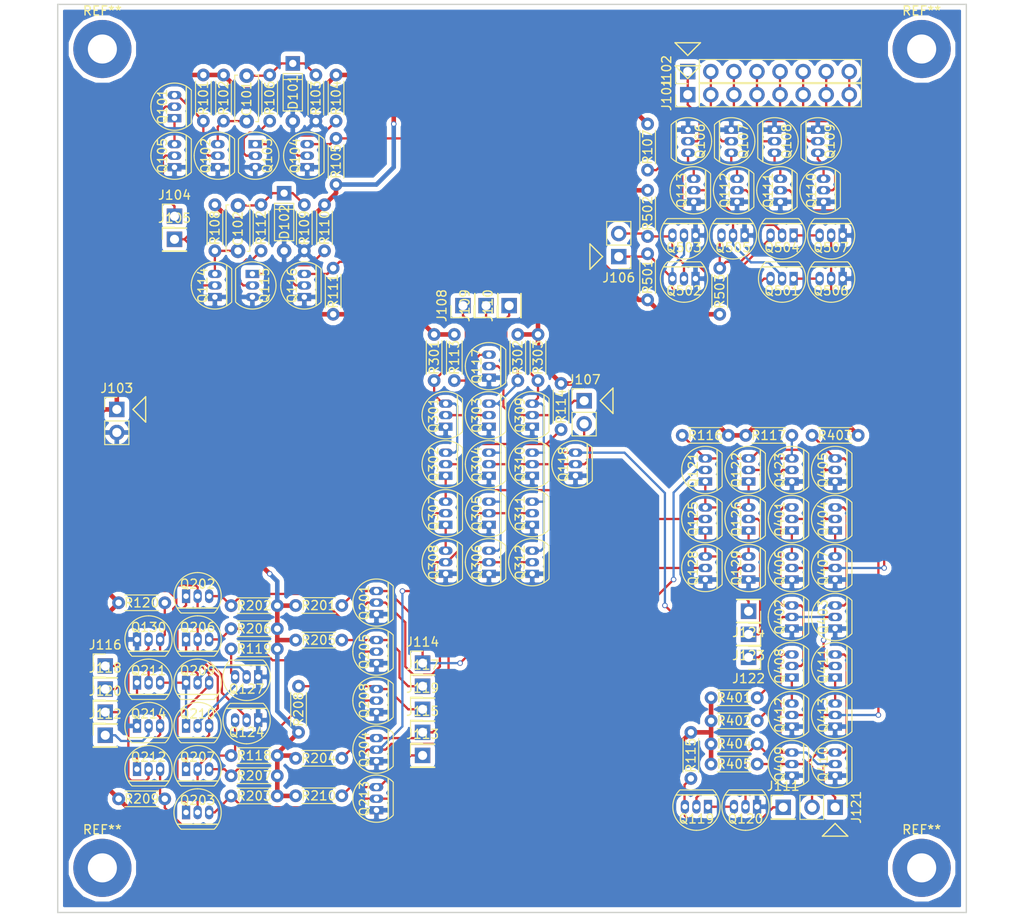
<source format=kicad_pcb>
(kicad_pcb (version 4) (host pcbnew 4.0.7-e2-6376~61~ubuntu18.04.1)
  (layers (0 F.Cu signal) (31 B.Cu signal) (34 B.Paste user) (35 F.Paste user) (36 B.SilkS user) (37 F.SilkS user) (38 B.Mask user) (39 F.Mask user) (44 Edge.Cuts user))
  (net 0 "")
  (net 1 "Net-(C101-Pad1)")
  (net 2 "Net-(C101-Pad2)")
  (net 3 "Net-(C102-Pad1)")
  (net 4 "Net-(C102-Pad2)")
  (net 5 GND)
  (net 6 "Net-(J101-Pad1)")
  (net 7 "Net-(J101-Pad2)")
  (net 8 "Net-(J101-Pad3)")
  (net 9 "Net-(J101-Pad4)")
  (net 10 "Net-(J101-Pad5)")
  (net 11 "Net-(J101-Pad6)")
  (net 12 "Net-(J101-Pad7)")
  (net 13 "Net-(J101-Pad8)")
  (net 14 VCC)
  (net 15 "Net-(J104-Pad1)")
  (net 16 "Net-(J105-Pad1)")
  (net 17 /Zstore/~Q)
  (net 18 /Zstore/Q)
  (net 19 /BDEC/~b0)
  (net 20 /BDEC/~b1)
  (net 21 /BDEC/Ben)
  (net 22 /BDEC/~B~en)
  (net 23 /BDEC/1en)
  (net 24 "Net-(J111-Pad1)")
  (net 25 /OutDEC/AluEN)
  (net 26 /OutDEC/ADD)
  (net 27 /BDEC/LSH)
  (net 28 /BDEC/RSH)
  (net 29 /OutDEC/~S0)
  (net 30 /OutDEC/AND)
  (net 31 /OutDEC/~S1)
  (net 32 /OutDEC/OR)
  (net 33 /OutDEC/~S2)
  (net 34 /Cstore/Q)
  (net 35 /Cstore/~Q)
  (net 36 "Net-(J122-Pad1)")
  (net 37 "Net-(J123-Pad1)")
  (net 38 "Net-(J124-Pad1)")
  (net 39 "Net-(Q101-Pad3)")
  (net 40 "Net-(Q101-Pad1)")
  (net 41 "Net-(Q103-Pad2)")
  (net 42 "Net-(Q103-Pad1)")
  (net 43 /Cstore/clk)
  (net 44 /Zstore/D)
  (net 45 "Net-(Q115-Pad2)")
  (net 46 "Net-(Q115-Pad1)")
  (net 47 /Cstore/~clk)
  (net 48 /BDEC/b0)
  (net 49 /BDEC/b1)
  (net 50 "Net-(Q119-Pad1)")
  (net 51 /OutDEC/~ADD)
  (net 52 /Cstore/D)
  (net 53 "Net-(Q121-Pad1)")
  (net 54 "Net-(Q122-Pad2)")
  (net 55 /OutDEC/S0)
  (net 56 /BDEC/~LSH)
  (net 57 "Net-(Q125-Pad1)")
  (net 58 /OutDEC/S1)
  (net 59 /BDEC/~RSH)
  (net 60 /OutDEC/S2)
  (net 61 "Net-(Q202-Pad1)")
  (net 62 /OutDEC/~AND)
  (net 63 "Net-(Q206-Pad1)")
  (net 64 /OutDEC/~OR)
  (net 65 "Net-(Q209-Pad1)")
  (net 66 "Net-(Q211-Pad1)")
  (net 67 "Net-(Q302-Pad1)")
  (net 68 "Net-(Q307-Pad1)")
  (net 69 "Net-(Q401-Pad3)")
  (net 70 "Net-(Q401-Pad1)")
  (net 71 "Net-(Q402-Pad2)")
  (net 72 "Net-(Q404-Pad2)")
  (net 73 "Net-(Q404-Pad1)")
  (net 74 "Net-(Q408-Pad1)")
  (net 75 "Net-(Q411-Pad1)")
  (net 76 "Net-(Q501-Pad1)")
  (net 77 "Net-(Q504-Pad2)")
  (net 78 "Net-(Q504-Pad1)")
  (module Mounting_Holes:MountingHole_3.2mm_M3_Pad (layer F.Cu) (at 136.525 20.32)
    (fp_text reference REF** (at 0 -4.2) (layer F.SilkS))
    (fp_text value MountingHole_3.2mm_M3_Pad)
    (pad 1 thru_hole circle (at 0 0) (size 6.4 6.4) (drill 3.2) (layers *.Cu *.Mask))
  )
  (module Mounting_Holes:MountingHole_3.2mm_M3_Pad (layer F.Cu) (at 46.355 20.32)
    (fp_text reference REF** (at 0 -4.2) (layer F.SilkS))
    (fp_text value MountingHole_3.2mm_M3_Pad)
    (pad 1 thru_hole circle (at 0 0) (size 6.4 6.4) (drill 3.2) (layers *.Cu *.Mask))
  )
  (module Mounting_Holes:MountingHole_3.2mm_M3_Pad (layer F.Cu) (at 46.355 110.49)
    (fp_text reference REF** (at 0 -4.2) (layer F.SilkS))
    (fp_text value MountingHole_3.2mm_M3_Pad)
    (pad 1 thru_hole circle (at 0 0) (size 6.4 6.4) (drill 3.2) (layers *.Cu *.Mask))
  )
  (module Mounting_Holes:MountingHole_3.2mm_M3_Pad (layer F.Cu) (at 136.525 110.49)
    (fp_text reference REF** (at 0 -4.2) (layer F.SilkS))
    (fp_text value MountingHole_3.2mm_M3_Pad)
    (pad 1 thru_hole circle (at 0 0) (size 6.4 6.4) (drill 3.2) (layers *.Cu *.Mask))
  )
  (module footprints:C_default (layer F.Cu) (at 62.23 23.2575 270)
    (fp_text reference C101 (at 2.54 0 270) (layer F.SilkS))
    (fp_text value 4.7nF)
    (pad 1 thru_hole circle (at 0 0 270) (size 1.6 1.6) (drill 0.8) (layers *.Cu *.Mask) (net 1 "Net-(C101-Pad1)"))
    (pad 2 thru_hole circle (at 5 0 270) (size 1.6 1.6) (drill 0.8) (layers *.Cu *.Mask) (net 2 "Net-(C101-Pad2)"))
  )
  (module footprints:C_default (layer F.Cu) (at 61.2775 37.545 270)
    (fp_text reference C102 (at 2.54 0 270) (layer F.SilkS))
    (fp_text value 4.7nF)
    (pad 1 thru_hole circle (at 0 0 270) (size 1.6 1.6) (drill 0.8) (layers *.Cu *.Mask) (net 3 "Net-(C102-Pad1)"))
    (pad 2 thru_hole circle (at 5 0 270) (size 1.6 1.6) (drill 0.8) (layers *.Cu *.Mask) (net 4 "Net-(C102-Pad2)"))
  )
  (module footprints:D_default (layer F.Cu) (at 67.31 21.9075 270)
    (fp_text reference D101 (at 3.175 -0.028 270) (layer F.SilkS))
    (fp_text value 1N4148)
    (pad 1 thru_hole rect (at 0 0 270) (size 1.6 1.6) (drill 0.8) (layers *.Cu *.Mask) (net 1 "Net-(C101-Pad1)"))
    (pad 2 thru_hole oval (at 6.35 0 270) (size 1.6 1.6) (drill 0.8) (layers *.Cu *.Mask) (net 5 GND))
  )
  (module footprints:D_default (layer F.Cu) (at 66.3575 36.195 270)
    (fp_text reference D102 (at 3.175 -0.028 270) (layer F.SilkS))
    (fp_text value 1N4148)
    (pad 1 thru_hole rect (at 0 0 270) (size 1.6 1.6) (drill 0.8) (layers *.Cu *.Mask) (net 3 "Net-(C102-Pad1)"))
    (pad 2 thru_hole oval (at 6.35 0 270) (size 1.6 1.6) (drill 0.8) (layers *.Cu *.Mask) (net 5 GND))
  )
  (module footprints:PH_1x8 (layer F.Cu) (at 110.77936 25.344588 90)
    (fp_text reference J101 (at 0 -2.33 90) (layer F.SilkS))
    (fp_text value Conn_01x08)
    (pad 1 thru_hole rect (at 0 0 90) (size 1.7 1.7) (drill 1) (layers *.Cu *.Mask) (net 6 "Net-(J101-Pad1)"))
    (pad 2 thru_hole oval (at 0 2.54 90) (size 1.7 1.7) (drill 1) (layers *.Cu *.Mask) (net 7 "Net-(J101-Pad2)"))
    (pad 3 thru_hole oval (at 0 5.08 90) (size 1.7 1.7) (drill 1) (layers *.Cu *.Mask) (net 8 "Net-(J101-Pad3)"))
    (pad 4 thru_hole oval (at 0 7.62 90) (size 1.7 1.7) (drill 1) (layers *.Cu *.Mask) (net 9 "Net-(J101-Pad4)"))
    (pad 5 thru_hole oval (at 0 10.16 90) (size 1.7 1.7) (drill 1) (layers *.Cu *.Mask) (net 10 "Net-(J101-Pad5)"))
    (pad 6 thru_hole oval (at 0 12.7 90) (size 1.7 1.7) (drill 1) (layers *.Cu *.Mask) (net 11 "Net-(J101-Pad6)"))
    (pad 7 thru_hole oval (at 0 15.24 90) (size 1.7 1.7) (drill 1) (layers *.Cu *.Mask) (net 12 "Net-(J101-Pad7)"))
    (pad 8 thru_hole oval (at 0 17.78 90) (size 1.7 1.7) (drill 1) (layers *.Cu *.Mask) (net 13 "Net-(J101-Pad8)"))
  )
  (module footprints:PH_1x8 (layer F.Cu) (at 110.77936 22.804588 90)
    (fp_text reference J102 (at 0 -2.33 90) (layer F.SilkS))
    (fp_text value Conn_01x08)
    (pad 1 thru_hole rect (at 0 0 90) (size 1.7 1.7) (drill 1) (layers *.Cu *.Mask) (net 6 "Net-(J101-Pad1)"))
    (pad 2 thru_hole oval (at 0 2.54 90) (size 1.7 1.7) (drill 1) (layers *.Cu *.Mask) (net 7 "Net-(J101-Pad2)"))
    (pad 3 thru_hole oval (at 0 5.08 90) (size 1.7 1.7) (drill 1) (layers *.Cu *.Mask) (net 8 "Net-(J101-Pad3)"))
    (pad 4 thru_hole oval (at 0 7.62 90) (size 1.7 1.7) (drill 1) (layers *.Cu *.Mask) (net 9 "Net-(J101-Pad4)"))
    (pad 5 thru_hole oval (at 0 10.16 90) (size 1.7 1.7) (drill 1) (layers *.Cu *.Mask) (net 10 "Net-(J101-Pad5)"))
    (pad 6 thru_hole oval (at 0 12.7 90) (size 1.7 1.7) (drill 1) (layers *.Cu *.Mask) (net 11 "Net-(J101-Pad6)"))
    (pad 7 thru_hole oval (at 0 15.24 90) (size 1.7 1.7) (drill 1) (layers *.Cu *.Mask) (net 12 "Net-(J101-Pad7)"))
    (pad 8 thru_hole oval (at 0 17.78 90) (size 1.7 1.7) (drill 1) (layers *.Cu *.Mask) (net 13 "Net-(J101-Pad8)"))
  )
  (module footprints:PH_1x2 (layer F.Cu) (at 47.9425 60.0075)
    (fp_text reference J103 (at 0 -2.33) (layer F.SilkS))
    (fp_text value Conn_01x02_Power)
    (pad 1 thru_hole rect (at 0 0) (size 1.7 1.7) (drill 1) (layers *.Cu *.Mask) (net 14 VCC))
    (pad 2 thru_hole oval (at 0 2.54) (size 1.7 1.7) (drill 1) (layers *.Cu *.Mask) (net 5 GND))
  )
  (module footprints:PH_1x1 (layer F.Cu) (at 54.2925 38.735)
    (fp_text reference J104 (at 0 -2.33) (layer F.SilkS))
    (fp_text value Conn_01x01)
    (pad 1 thru_hole rect (at 0 0) (size 1.7 1.7) (drill 1) (layers *.Cu *.Mask) (net 15 "Net-(J104-Pad1)"))
  )
  (module footprints:PH_1x1 (layer F.Cu) (at 54.2925 41.275)
    (fp_text reference J105 (at 0 -2.33) (layer F.SilkS))
    (fp_text value Conn_01x01)
    (pad 1 thru_hole rect (at 0 0) (size 1.7 1.7) (drill 1) (layers *.Cu *.Mask) (net 16 "Net-(J105-Pad1)"))
  )
  (module footprints:PH_1x2 (layer F.Cu) (at 103.1875 43.18 180)
    (fp_text reference J106 (at 0 -2.33 180) (layer F.SilkS))
    (fp_text value Conn_01x02)
    (pad 1 thru_hole rect (at 0 0 180) (size 1.7 1.7) (drill 1) (layers *.Cu *.Mask) (net 17 /Zstore/~Q))
    (pad 2 thru_hole oval (at 0 2.54 180) (size 1.7 1.7) (drill 1) (layers *.Cu *.Mask) (net 18 /Zstore/Q))
  )
  (module footprints:PH_1x2 (layer F.Cu) (at 99.3775 59.055)
    (fp_text reference J107 (at 0 -2.33) (layer F.SilkS))
    (fp_text value Conn_01x02)
    (pad 1 thru_hole rect (at 0 0) (size 1.7 1.7) (drill 1) (layers *.Cu *.Mask) (net 19 /BDEC/~b0))
    (pad 2 thru_hole oval (at 0 2.54) (size 1.7 1.7) (drill 1) (layers *.Cu *.Mask) (net 20 /BDEC/~b1))
  )
  (module footprints:PH_1x1 (layer F.Cu) (at 86.0425 48.5775 90)
    (fp_text reference J108 (at 0 -2.33 90) (layer F.SilkS))
    (fp_text value Conn_01x01)
    (pad 1 thru_hole rect (at 0 0 90) (size 1.7 1.7) (drill 1) (layers *.Cu *.Mask) (net 21 /BDEC/Ben))
  )
  (module footprints:PH_1x1 (layer F.Cu) (at 88.5825 48.5775 90)
    (fp_text reference J109 (at 0 -2.33 90) (layer F.SilkS))
    (fp_text value Conn_01x01)
    (pad 1 thru_hole rect (at 0 0 90) (size 1.7 1.7) (drill 1) (layers *.Cu *.Mask) (net 22 /BDEC/~B~en))
  )
  (module footprints:PH_1x1 (layer F.Cu) (at 91.1225 48.5775 90)
    (fp_text reference J110 (at 0 -2.33 90) (layer F.SilkS))
    (fp_text value Conn_01x01)
    (pad 1 thru_hole rect (at 0 0 90) (size 1.7 1.7) (drill 1) (layers *.Cu *.Mask) (net 23 /BDEC/1en))
  )
  (module footprints:PH_1x1 (layer F.Cu) (at 121.285 103.8225)
    (fp_text reference J111 (at 0 -2.33) (layer F.SilkS))
    (fp_text value Conn_01x01)
    (pad 1 thru_hole rect (at 0 0) (size 1.7 1.7) (drill 1) (layers *.Cu *.Mask) (net 24 "Net-(J111-Pad1)"))
  )
  (module footprints:PH_1x1 (layer F.Cu) (at 46.6725 95.885)
    (fp_text reference J112 (at 0 -2.33) (layer F.SilkS))
    (fp_text value Conn_01x01)
    (pad 1 thru_hole rect (at 0 0) (size 1.7 1.7) (drill 1) (layers *.Cu *.Mask) (net 25 /OutDEC/AluEN))
  )
  (module footprints:PH_1x1 (layer F.Cu) (at 81.5975 98.1075)
    (fp_text reference J113 (at 0 -2.33) (layer F.SilkS))
    (fp_text value Conn_01x01)
    (pad 1 thru_hole rect (at 0 0) (size 1.7 1.7) (drill 1) (layers *.Cu *.Mask) (net 26 /OutDEC/ADD))
  )
  (module footprints:PH_1x1 (layer F.Cu) (at 81.5975 87.9475)
    (fp_text reference J114 (at 0 -2.33) (layer F.SilkS))
    (fp_text value Conn_01x01)
    (pad 1 thru_hole rect (at 0 0) (size 1.7 1.7) (drill 1) (layers *.Cu *.Mask) (net 27 /BDEC/LSH))
  )
  (module footprints:PH_1x1 (layer F.Cu) (at 81.5975 95.5675)
    (fp_text reference J115 (at 0 -2.33) (layer F.SilkS))
    (fp_text value Conn_01x01)
    (pad 1 thru_hole rect (at 0 0) (size 1.7 1.7) (drill 1) (layers *.Cu *.Mask) (net 28 /BDEC/RSH))
  )
  (module footprints:PH_1x1 (layer F.Cu) (at 46.6725 88.265)
    (fp_text reference J116 (at 0 -2.33) (layer F.SilkS))
    (fp_text value Conn_01x01)
    (pad 1 thru_hole rect (at 0 0) (size 1.7 1.7) (drill 1) (layers *.Cu *.Mask) (net 29 /OutDEC/~S0))
  )
  (module footprints:PH_1x1 (layer F.Cu) (at 81.5975 90.4875)
    (fp_text reference J117 (at 0 -2.33) (layer F.SilkS))
    (fp_text value Conn_01x01)
    (pad 1 thru_hole rect (at 0 0) (size 1.7 1.7) (drill 1) (layers *.Cu *.Mask) (net 30 /OutDEC/AND))
  )
  (module footprints:PH_1x1 (layer F.Cu) (at 46.6725 90.805)
    (fp_text reference J118 (at 0 -2.33) (layer F.SilkS))
    (fp_text value Conn_01x01)
    (pad 1 thru_hole rect (at 0 0) (size 1.7 1.7) (drill 1) (layers *.Cu *.Mask) (net 31 /OutDEC/~S1))
  )
  (module footprints:PH_1x1 (layer F.Cu) (at 81.5975 93.0275)
    (fp_text reference J119 (at 0 -2.33) (layer F.SilkS))
    (fp_text value Conn_01x01)
    (pad 1 thru_hole rect (at 0 0) (size 1.7 1.7) (drill 1) (layers *.Cu *.Mask) (net 32 /OutDEC/OR))
  )
  (module footprints:PH_1x1 (layer F.Cu) (at 46.6725 93.345)
    (fp_text reference J120 (at 0 -2.33) (layer F.SilkS))
    (fp_text value Conn_01x01)
    (pad 1 thru_hole rect (at 0 0) (size 1.7 1.7) (drill 1) (layers *.Cu *.Mask) (net 33 /OutDEC/~S2))
  )
  (module footprints:PH_1x2 (layer F.Cu) (at 127 103.8225 270)
    (fp_text reference J121 (at 0 -2.33 270) (layer F.SilkS))
    (fp_text value Conn_01x02)
    (pad 1 thru_hole rect (at 0 0 270) (size 1.7 1.7) (drill 1) (layers *.Cu *.Mask) (net 34 /Cstore/Q))
    (pad 2 thru_hole oval (at 0 2.54 270) (size 1.7 1.7) (drill 1) (layers *.Cu *.Mask) (net 35 /Cstore/~Q))
  )
  (module footprints:PH_1x1 (layer F.Cu) (at 117.475 87.3125 180)
    (fp_text reference J122 (at 0 -2.33 180) (layer F.SilkS))
    (fp_text value Conn_01x01)
    (pad 1 thru_hole rect (at 0 0 180) (size 1.7 1.7) (drill 1) (layers *.Cu *.Mask) (net 36 "Net-(J122-Pad1)"))
  )
  (module footprints:PH_1x1 (layer F.Cu) (at 117.475 84.7725 180)
    (fp_text reference J123 (at 0 -2.33 180) (layer F.SilkS))
    (fp_text value Conn_01x01)
    (pad 1 thru_hole rect (at 0 0 180) (size 1.7 1.7) (drill 1) (layers *.Cu *.Mask) (net 37 "Net-(J123-Pad1)"))
  )
  (module footprints:PH_1x1 (layer F.Cu) (at 117.475 82.2325 180)
    (fp_text reference J124 (at 0 -2.33 180) (layer F.SilkS))
    (fp_text value Conn_01x01)
    (pad 1 thru_hole rect (at 0 0 180) (size 1.7 1.7) (drill 1) (layers *.Cu *.Mask) (net 38 "Net-(J124-Pad1)"))
  )
  (module footprints:TO-92-FET (layer F.Cu) (at 54.2925 27.94 90)
    (fp_text reference Q101 (at 1.27 -1.3335 90) (layer F.SilkS))
    (fp_text value 2N7000)
    (pad 2 thru_hole oval (at 1.27 0 270) (size 0.9 1.5) (drill 0.6) (layers *.Cu *.Mask) (net 15 "Net-(J104-Pad1)"))
    (pad 3 thru_hole oval (at 2.54 0 270) (size 0.9 1.5) (drill 0.6) (layers *.Cu *.Mask) (net 39 "Net-(Q101-Pad3)"))
    (pad 1 thru_hole rect (at 0 0 270) (size 0.9 1.5) (drill 0.6) (layers *.Cu *.Mask) (net 40 "Net-(Q101-Pad1)"))
  )
  (module footprints:TO-92-FET (layer F.Cu) (at 59.055 33.3375 90)
    (fp_text reference Q102 (at 1.27 -1.3335 90) (layer F.SilkS))
    (fp_text value 2N7000)
    (pad 2 thru_hole oval (at 1.27 0 270) (size 0.9 1.5) (drill 0.6) (layers *.Cu *.Mask) (net 39 "Net-(Q101-Pad3)"))
    (pad 3 thru_hole oval (at 2.54 0 270) (size 0.9 1.5) (drill 0.6) (layers *.Cu *.Mask) (net 2 "Net-(C101-Pad2)"))
    (pad 1 thru_hole rect (at 0 0 270) (size 0.9 1.5) (drill 0.6) (layers *.Cu *.Mask) (net 5 GND))
  )
  (module footprints:TO-92-BJT (layer F.Cu) (at 63.1825 30.7975 270)
    (fp_text reference Q103 (at 1.27 -1.3335 270) (layer F.SilkS))
    (fp_text value BC547)
    (pad 2 thru_hole oval (at 1.27 0 90) (size 0.9 1.5) (drill 0.6) (layers *.Cu *.Mask) (net 41 "Net-(Q103-Pad2)"))
    (pad 3 thru_hole oval (at 2.54 0 90) (size 0.9 1.5) (drill 0.6) (layers *.Cu *.Mask) (net 5 GND))
    (pad 1 thru_hole rect (at 0 0 90) (size 0.9 1.5) (drill 0.6) (layers *.Cu *.Mask) (net 42 "Net-(Q103-Pad1)"))
  )
  (module footprints:TO-92-FET (layer F.Cu) (at 68.8975 33.3375 90)
    (fp_text reference Q104 (at 1.27 -1.3335 90) (layer F.SilkS))
    (fp_text value 2N7000)
    (pad 2 thru_hole oval (at 1.27 0 270) (size 0.9 1.5) (drill 0.6) (layers *.Cu *.Mask) (net 42 "Net-(Q103-Pad1)"))
    (pad 3 thru_hole oval (at 2.54 0 270) (size 0.9 1.5) (drill 0.6) (layers *.Cu *.Mask) (net 43 /Cstore/clk))
    (pad 1 thru_hole rect (at 0 0 270) (size 0.9 1.5) (drill 0.6) (layers *.Cu *.Mask) (net 5 GND))
  )
  (module footprints:TO-92-FET (layer F.Cu) (at 54.2925 33.3375 90)
    (fp_text reference Q105 (at 1.27 -1.3335 90) (layer F.SilkS))
    (fp_text value 2N7000)
    (pad 2 thru_hole oval (at 1.27 0 270) (size 0.9 1.5) (drill 0.6) (layers *.Cu *.Mask) (net 16 "Net-(J105-Pad1)"))
    (pad 3 thru_hole oval (at 2.54 0 270) (size 0.9 1.5) (drill 0.6) (layers *.Cu *.Mask) (net 40 "Net-(Q101-Pad1)"))
    (pad 1 thru_hole rect (at 0 0 270) (size 0.9 1.5) (drill 0.6) (layers *.Cu *.Mask) (net 5 GND))
  )
  (module footprints:TO-92-FET (layer F.Cu) (at 110.8075 29.21 270)
    (fp_text reference Q106 (at 1.27 -1.3335 270) (layer F.SilkS))
    (fp_text value 2N7000)
    (pad 2 thru_hole oval (at 1.27 0 90) (size 0.9 1.5) (drill 0.6) (layers *.Cu *.Mask) (net 6 "Net-(J101-Pad1)"))
    (pad 3 thru_hole oval (at 2.54 0 90) (size 0.9 1.5) (drill 0.6) (layers *.Cu *.Mask) (net 44 /Zstore/D))
    (pad 1 thru_hole rect (at 0 0 90) (size 0.9 1.5) (drill 0.6) (layers *.Cu *.Mask) (net 5 GND))
  )
  (module footprints:TO-92-FET (layer F.Cu) (at 115.57 29.21 270)
    (fp_text reference Q107 (at 1.27 -1.3335 270) (layer F.SilkS))
    (fp_text value 2N7000)
    (pad 2 thru_hole oval (at 1.27 0 90) (size 0.9 1.5) (drill 0.6) (layers *.Cu *.Mask) (net 7 "Net-(J101-Pad2)"))
    (pad 3 thru_hole oval (at 2.54 0 90) (size 0.9 1.5) (drill 0.6) (layers *.Cu *.Mask) (net 44 /Zstore/D))
    (pad 1 thru_hole rect (at 0 0 90) (size 0.9 1.5) (drill 0.6) (layers *.Cu *.Mask) (net 5 GND))
  )
  (module footprints:TO-92-FET (layer F.Cu) (at 120.3325 29.21 270)
    (fp_text reference Q108 (at 1.27 -1.3335 270) (layer F.SilkS))
    (fp_text value 2N7000)
    (pad 2 thru_hole oval (at 1.27 0 90) (size 0.9 1.5) (drill 0.6) (layers *.Cu *.Mask) (net 8 "Net-(J101-Pad3)"))
    (pad 3 thru_hole oval (at 2.54 0 90) (size 0.9 1.5) (drill 0.6) (layers *.Cu *.Mask) (net 44 /Zstore/D))
    (pad 1 thru_hole rect (at 0 0 90) (size 0.9 1.5) (drill 0.6) (layers *.Cu *.Mask) (net 5 GND))
  )
  (module footprints:TO-92-FET (layer F.Cu) (at 125.095 29.21 270)
    (fp_text reference Q109 (at 1.27 -1.3335 270) (layer F.SilkS))
    (fp_text value 2N7000)
    (pad 2 thru_hole oval (at 1.27 0 90) (size 0.9 1.5) (drill 0.6) (layers *.Cu *.Mask) (net 9 "Net-(J101-Pad4)"))
    (pad 3 thru_hole oval (at 2.54 0 90) (size 0.9 1.5) (drill 0.6) (layers *.Cu *.Mask) (net 44 /Zstore/D))
    (pad 1 thru_hole rect (at 0 0 90) (size 0.9 1.5) (drill 0.6) (layers *.Cu *.Mask) (net 5 GND))
  )
  (module footprints:TO-92-FET (layer F.Cu) (at 125.73 37.1475 90)
    (fp_text reference Q110 (at 1.27 -1.3335 90) (layer F.SilkS))
    (fp_text value 2N7000)
    (pad 2 thru_hole oval (at 1.27 0 270) (size 0.9 1.5) (drill 0.6) (layers *.Cu *.Mask) (net 10 "Net-(J101-Pad5)"))
    (pad 3 thru_hole oval (at 2.54 0 270) (size 0.9 1.5) (drill 0.6) (layers *.Cu *.Mask) (net 44 /Zstore/D))
    (pad 1 thru_hole rect (at 0 0 270) (size 0.9 1.5) (drill 0.6) (layers *.Cu *.Mask) (net 5 GND))
  )
  (module footprints:TO-92-FET (layer F.Cu) (at 120.9675 37.1475 90)
    (fp_text reference Q111 (at 1.27 -1.3335 90) (layer F.SilkS))
    (fp_text value 2N7000)
    (pad 2 thru_hole oval (at 1.27 0 270) (size 0.9 1.5) (drill 0.6) (layers *.Cu *.Mask) (net 11 "Net-(J101-Pad6)"))
    (pad 3 thru_hole oval (at 2.54 0 270) (size 0.9 1.5) (drill 0.6) (layers *.Cu *.Mask) (net 44 /Zstore/D))
    (pad 1 thru_hole rect (at 0 0 270) (size 0.9 1.5) (drill 0.6) (layers *.Cu *.Mask) (net 5 GND))
  )
  (module footprints:TO-92-FET (layer F.Cu) (at 116.205 37.1475 90)
    (fp_text reference Q112 (at 1.27 -1.3335 90) (layer F.SilkS))
    (fp_text value 2N7000)
    (pad 2 thru_hole oval (at 1.27 0 270) (size 0.9 1.5) (drill 0.6) (layers *.Cu *.Mask) (net 12 "Net-(J101-Pad7)"))
    (pad 3 thru_hole oval (at 2.54 0 270) (size 0.9 1.5) (drill 0.6) (layers *.Cu *.Mask) (net 44 /Zstore/D))
    (pad 1 thru_hole rect (at 0 0 270) (size 0.9 1.5) (drill 0.6) (layers *.Cu *.Mask) (net 5 GND))
  )
  (module footprints:TO-92-FET (layer F.Cu) (at 111.4425 37.1475 90)
    (fp_text reference Q113 (at 1.27 -1.3335 90) (layer F.SilkS))
    (fp_text value 2N7000)
    (pad 2 thru_hole oval (at 1.27 0 270) (size 0.9 1.5) (drill 0.6) (layers *.Cu *.Mask) (net 13 "Net-(J101-Pad8)"))
    (pad 3 thru_hole oval (at 2.54 0 270) (size 0.9 1.5) (drill 0.6) (layers *.Cu *.Mask) (net 44 /Zstore/D))
    (pad 1 thru_hole rect (at 0 0 270) (size 0.9 1.5) (drill 0.6) (layers *.Cu *.Mask) (net 5 GND))
  )
  (module footprints:TO-92-FET (layer F.Cu) (at 58.7375 47.625 90)
    (fp_text reference Q114 (at 1.27 -1.3335 90) (layer F.SilkS))
    (fp_text value 2N7000)
    (pad 2 thru_hole oval (at 1.27 0 270) (size 0.9 1.5) (drill 0.6) (layers *.Cu *.Mask) (net 16 "Net-(J105-Pad1)"))
    (pad 3 thru_hole oval (at 2.54 0 270) (size 0.9 1.5) (drill 0.6) (layers *.Cu *.Mask) (net 4 "Net-(C102-Pad2)"))
    (pad 1 thru_hole rect (at 0 0 270) (size 0.9 1.5) (drill 0.6) (layers *.Cu *.Mask) (net 5 GND))
  )
  (module footprints:TO-92-BJT (layer F.Cu) (at 62.865 45.085 270)
    (fp_text reference Q115 (at 1.27 -1.3335 270) (layer F.SilkS))
    (fp_text value BC547)
    (pad 2 thru_hole oval (at 1.27 0 90) (size 0.9 1.5) (drill 0.6) (layers *.Cu *.Mask) (net 45 "Net-(Q115-Pad2)"))
    (pad 3 thru_hole oval (at 2.54 0 90) (size 0.9 1.5) (drill 0.6) (layers *.Cu *.Mask) (net 5 GND))
    (pad 1 thru_hole rect (at 0 0 90) (size 0.9 1.5) (drill 0.6) (layers *.Cu *.Mask) (net 46 "Net-(Q115-Pad1)"))
  )
  (module footprints:TO-92-FET (layer F.Cu) (at 68.58 47.625 90)
    (fp_text reference Q116 (at 1.27 -1.3335 90) (layer F.SilkS))
    (fp_text value 2N7000)
    (pad 2 thru_hole oval (at 1.27 0 270) (size 0.9 1.5) (drill 0.6) (layers *.Cu *.Mask) (net 46 "Net-(Q115-Pad1)"))
    (pad 3 thru_hole oval (at 2.54 0 270) (size 0.9 1.5) (drill 0.6) (layers *.Cu *.Mask) (net 47 /Cstore/~clk))
    (pad 1 thru_hole rect (at 0 0 270) (size 0.9 1.5) (drill 0.6) (layers *.Cu *.Mask) (net 5 GND))
  )
  (module footprints:TO-92-FET (layer F.Cu) (at 88.9 56.515 90)
    (fp_text reference Q117 (at 1.27 -1.3335 90) (layer F.SilkS))
    (fp_text value 2N7000)
    (pad 2 thru_hole oval (at 1.27 0 270) (size 0.9 1.5) (drill 0.6) (layers *.Cu *.Mask) (net 19 /BDEC/~b0))
    (pad 3 thru_hole oval (at 2.54 0 270) (size 0.9 1.5) (drill 0.6) (layers *.Cu *.Mask) (net 48 /BDEC/b0))
    (pad 1 thru_hole rect (at 0 0 270) (size 0.9 1.5) (drill 0.6) (layers *.Cu *.Mask) (net 5 GND))
  )
  (module footprints:TO-92-FET (layer F.Cu) (at 98.425 67.31 90)
    (fp_text reference Q118 (at 1.27 -1.3335 90) (layer F.SilkS))
    (fp_text value 2N7000)
    (pad 2 thru_hole oval (at 1.27 0 270) (size 0.9 1.5) (drill 0.6) (layers *.Cu *.Mask) (net 20 /BDEC/~b1))
    (pad 3 thru_hole oval (at 2.54 0 270) (size 0.9 1.5) (drill 0.6) (layers *.Cu *.Mask) (net 49 /BDEC/b1))
    (pad 1 thru_hole rect (at 0 0 270) (size 0.9 1.5) (drill 0.6) (layers *.Cu *.Mask) (net 5 GND))
  )
  (module footprints:TO-92-FET (layer F.Cu) (at 113.007974 103.757972 180)
    (fp_text reference Q119 (at 1.27 -1.3335 180) (layer F.SilkS))
    (fp_text value 2N7000)
    (pad 2 thru_hole oval (at 1.27 0) (size 0.9 1.5) (drill 0.6) (layers *.Cu *.Mask) (net 49 /BDEC/b1))
    (pad 3 thru_hole oval (at 2.54 0) (size 0.9 1.5) (drill 0.6) (layers *.Cu *.Mask) (net 24 "Net-(J111-Pad1)"))
    (pad 1 thru_hole rect (at 0 0) (size 0.9 1.5) (drill 0.6) (layers *.Cu *.Mask) (net 50 "Net-(Q119-Pad1)"))
  )
  (module footprints:TO-92-FET (layer F.Cu) (at 118.405474 103.757972 180)
    (fp_text reference Q120 (at 1.27 -1.3335 180) (layer F.SilkS))
    (fp_text value 2N7000)
    (pad 2 thru_hole oval (at 1.27 0) (size 0.9 1.5) (drill 0.6) (layers *.Cu *.Mask) (net 34 /Cstore/Q))
    (pad 3 thru_hole oval (at 2.54 0) (size 0.9 1.5) (drill 0.6) (layers *.Cu *.Mask) (net 50 "Net-(Q119-Pad1)"))
    (pad 1 thru_hole rect (at 0 0) (size 0.9 1.5) (drill 0.6) (layers *.Cu *.Mask) (net 5 GND))
  )
  (module footprints:TO-92-FET (layer F.Cu) (at 112.7125 67.945 90)
    (fp_text reference Q121 (at 1.27 -1.3335 90) (layer F.SilkS))
    (fp_text value 2N7000)
    (pad 2 thru_hole oval (at 1.27 0 270) (size 0.9 1.5) (drill 0.6) (layers *.Cu *.Mask) (net 51 /OutDEC/~ADD))
    (pad 3 thru_hole oval (at 2.54 0 270) (size 0.9 1.5) (drill 0.6) (layers *.Cu *.Mask) (net 52 /Cstore/D))
    (pad 1 thru_hole rect (at 0 0 270) (size 0.9 1.5) (drill 0.6) (layers *.Cu *.Mask) (net 53 "Net-(Q121-Pad1)"))
  )
  (module footprints:TO-92-FET (layer F.Cu) (at 117.475 67.945 90)
    (fp_text reference Q122 (at 1.27 -1.3335 90) (layer F.SilkS))
    (fp_text value 2N7000)
    (pad 2 thru_hole oval (at 1.27 0 270) (size 0.9 1.5) (drill 0.6) (layers *.Cu *.Mask) (net 54 "Net-(Q122-Pad2)"))
    (pad 3 thru_hole oval (at 2.54 0 270) (size 0.9 1.5) (drill 0.6) (layers *.Cu *.Mask) (net 52 /Cstore/D))
    (pad 1 thru_hole rect (at 0 0 270) (size 0.9 1.5) (drill 0.6) (layers *.Cu *.Mask) (net 53 "Net-(Q121-Pad1)"))
  )
  (module footprints:TO-92-FET (layer F.Cu) (at 122.2375 67.945 90)
    (fp_text reference Q123 (at 1.27 -1.3335 90) (layer F.SilkS))
    (fp_text value 2N7000)
    (pad 2 thru_hole oval (at 1.27 0 270) (size 0.9 1.5) (drill 0.6) (layers *.Cu *.Mask) (net 36 "Net-(J122-Pad1)"))
    (pad 3 thru_hole oval (at 2.54 0 270) (size 0.9 1.5) (drill 0.6) (layers *.Cu *.Mask) (net 54 "Net-(Q122-Pad2)"))
    (pad 1 thru_hole rect (at 0 0 270) (size 0.9 1.5) (drill 0.6) (layers *.Cu *.Mask) (net 5 GND))
  )
  (module footprints:TO-92-FET (layer F.Cu) (at 63.501126 94.225876 180)
    (fp_text reference Q124 (at 1.27 -1.3335 180) (layer F.SilkS))
    (fp_text value 2N7000)
    (pad 2 thru_hole oval (at 1.27 0) (size 0.9 1.5) (drill 0.6) (layers *.Cu *.Mask) (net 29 /OutDEC/~S0))
    (pad 3 thru_hole oval (at 2.54 0) (size 0.9 1.5) (drill 0.6) (layers *.Cu *.Mask) (net 55 /OutDEC/S0))
    (pad 1 thru_hole rect (at 0 0) (size 0.9 1.5) (drill 0.6) (layers *.Cu *.Mask) (net 5 GND))
  )
  (module footprints:TO-92-FET (layer F.Cu) (at 112.7125 73.3425 90)
    (fp_text reference Q125 (at 1.27 -1.3335 90) (layer F.SilkS))
    (fp_text value 2N7000)
    (pad 2 thru_hole oval (at 1.27 0 270) (size 0.9 1.5) (drill 0.6) (layers *.Cu *.Mask) (net 56 /BDEC/~LSH))
    (pad 3 thru_hole oval (at 2.54 0 270) (size 0.9 1.5) (drill 0.6) (layers *.Cu *.Mask) (net 53 "Net-(Q121-Pad1)"))
    (pad 1 thru_hole rect (at 0 0 270) (size 0.9 1.5) (drill 0.6) (layers *.Cu *.Mask) (net 57 "Net-(Q125-Pad1)"))
  )
  (module footprints:TO-92-FET (layer F.Cu) (at 117.475 73.3425 90)
    (fp_text reference Q126 (at 1.27 -1.3335 90) (layer F.SilkS))
    (fp_text value 2N7000)
    (pad 2 thru_hole oval (at 1.27 0 270) (size 0.9 1.5) (drill 0.6) (layers *.Cu *.Mask) (net 37 "Net-(J123-Pad1)"))
    (pad 3 thru_hole oval (at 2.54 0 270) (size 0.9 1.5) (drill 0.6) (layers *.Cu *.Mask) (net 53 "Net-(Q121-Pad1)"))
    (pad 1 thru_hole rect (at 0 0 270) (size 0.9 1.5) (drill 0.6) (layers *.Cu *.Mask) (net 57 "Net-(Q125-Pad1)"))
  )
  (module footprints:TO-92-FET (layer F.Cu) (at 63.501126 89.463376 180)
    (fp_text reference Q127 (at 1.27 -1.3335 180) (layer F.SilkS))
    (fp_text value 2N7000)
    (pad 2 thru_hole oval (at 1.27 0) (size 0.9 1.5) (drill 0.6) (layers *.Cu *.Mask) (net 31 /OutDEC/~S1))
    (pad 3 thru_hole oval (at 2.54 0) (size 0.9 1.5) (drill 0.6) (layers *.Cu *.Mask) (net 58 /OutDEC/S1))
    (pad 1 thru_hole rect (at 0 0) (size 0.9 1.5) (drill 0.6) (layers *.Cu *.Mask) (net 5 GND))
  )
  (module footprints:TO-92-FET (layer F.Cu) (at 112.7125 78.74 90)
    (fp_text reference Q128 (at 1.27 -1.3335 90) (layer F.SilkS))
    (fp_text value 2N7000)
    (pad 2 thru_hole oval (at 1.27 0 270) (size 0.9 1.5) (drill 0.6) (layers *.Cu *.Mask) (net 59 /BDEC/~RSH))
    (pad 3 thru_hole oval (at 2.54 0 270) (size 0.9 1.5) (drill 0.6) (layers *.Cu *.Mask) (net 57 "Net-(Q125-Pad1)"))
    (pad 1 thru_hole rect (at 0 0 270) (size 0.9 1.5) (drill 0.6) (layers *.Cu *.Mask) (net 5 GND))
  )
  (module footprints:TO-92-FET (layer F.Cu) (at 117.475 78.74 90)
    (fp_text reference Q129 (at 1.27 -1.3335 90) (layer F.SilkS))
    (fp_text value 2N7000)
    (pad 2 thru_hole oval (at 1.27 0 270) (size 0.9 1.5) (drill 0.6) (layers *.Cu *.Mask) (net 38 "Net-(J124-Pad1)"))
    (pad 3 thru_hole oval (at 2.54 0 270) (size 0.9 1.5) (drill 0.6) (layers *.Cu *.Mask) (net 57 "Net-(Q125-Pad1)"))
    (pad 1 thru_hole rect (at 0 0 270) (size 0.9 1.5) (drill 0.6) (layers *.Cu *.Mask) (net 5 GND))
  )
  (module footprints:TO-92-FET (layer F.Cu) (at 50.166126 85.335876)
    (fp_text reference Q130 (at 1.27 -1.3335) (layer F.SilkS))
    (fp_text value 2N7000)
    (pad 2 thru_hole oval (at 1.27 0 180) (size 0.9 1.5) (drill 0.6) (layers *.Cu *.Mask) (net 33 /OutDEC/~S2))
    (pad 3 thru_hole oval (at 2.54 0 180) (size 0.9 1.5) (drill 0.6) (layers *.Cu *.Mask) (net 60 /OutDEC/S2))
    (pad 1 thru_hole rect (at 0 0 180) (size 0.9 1.5) (drill 0.6) (layers *.Cu *.Mask) (net 5 GND))
  )
  (module footprints:TO-92-FET (layer F.Cu) (at 76.5175 82.55 90)
    (fp_text reference Q201 (at 1.27 -1.3335 90) (layer F.SilkS))
    (fp_text value 2N7000)
    (pad 2 thru_hole oval (at 1.27 0 270) (size 0.9 1.5) (drill 0.6) (layers *.Cu *.Mask) (net 56 /BDEC/~LSH))
    (pad 3 thru_hole oval (at 2.54 0 270) (size 0.9 1.5) (drill 0.6) (layers *.Cu *.Mask) (net 27 /BDEC/LSH))
    (pad 1 thru_hole rect (at 0 0 270) (size 0.9 1.5) (drill 0.6) (layers *.Cu *.Mask) (net 5 GND))
  )
  (module footprints:TO-92-FET (layer F.Cu) (at 55.563626 80.573376)
    (fp_text reference Q202 (at 1.27 -1.3335) (layer F.SilkS))
    (fp_text value 2N7000)
    (pad 2 thru_hole oval (at 1.27 0 180) (size 0.9 1.5) (drill 0.6) (layers *.Cu *.Mask) (net 29 /OutDEC/~S0))
    (pad 3 thru_hole oval (at 2.54 0 180) (size 0.9 1.5) (drill 0.6) (layers *.Cu *.Mask) (net 56 /BDEC/~LSH))
    (pad 1 thru_hole rect (at 0 0 180) (size 0.9 1.5) (drill 0.6) (layers *.Cu *.Mask) (net 61 "Net-(Q202-Pad1)"))
  )
  (module footprints:TO-92-FET (layer F.Cu) (at 55.563626 104.385876)
    (fp_text reference Q203 (at 1.27 -1.3335) (layer F.SilkS))
    (fp_text value 2N7000)
    (pad 2 thru_hole oval (at 1.27 0 180) (size 0.9 1.5) (drill 0.6) (layers *.Cu *.Mask) (net 55 /OutDEC/S0))
    (pad 3 thru_hole oval (at 2.54 0 180) (size 0.9 1.5) (drill 0.6) (layers *.Cu *.Mask) (net 59 /BDEC/~RSH))
    (pad 1 thru_hole rect (at 0 0 180) (size 0.9 1.5) (drill 0.6) (layers *.Cu *.Mask) (net 61 "Net-(Q202-Pad1)"))
  )
  (module footprints:TO-92-FET (layer F.Cu) (at 76.5175 98.7425 90)
    (fp_text reference Q204 (at 1.27 -1.3335 90) (layer F.SilkS))
    (fp_text value 2N7000)
    (pad 2 thru_hole oval (at 1.27 0 270) (size 0.9 1.5) (drill 0.6) (layers *.Cu *.Mask) (net 59 /BDEC/~RSH))
    (pad 3 thru_hole oval (at 2.54 0 270) (size 0.9 1.5) (drill 0.6) (layers *.Cu *.Mask) (net 28 /BDEC/RSH))
    (pad 1 thru_hole rect (at 0 0 270) (size 0.9 1.5) (drill 0.6) (layers *.Cu *.Mask) (net 5 GND))
  )
  (module footprints:TO-92-FET (layer F.Cu) (at 76.5175 87.9475 90)
    (fp_text reference Q205 (at 1.27 -1.3335 90) (layer F.SilkS))
    (fp_text value 2N7000)
    (pad 2 thru_hole oval (at 1.27 0 270) (size 0.9 1.5) (drill 0.6) (layers *.Cu *.Mask) (net 62 /OutDEC/~AND))
    (pad 3 thru_hole oval (at 2.54 0 270) (size 0.9 1.5) (drill 0.6) (layers *.Cu *.Mask) (net 30 /OutDEC/AND))
    (pad 1 thru_hole rect (at 0 0 270) (size 0.9 1.5) (drill 0.6) (layers *.Cu *.Mask) (net 5 GND))
  )
  (module footprints:TO-92-FET (layer F.Cu) (at 55.563626 85.335876)
    (fp_text reference Q206 (at 1.27 -1.3335) (layer F.SilkS))
    (fp_text value 2N7000)
    (pad 2 thru_hole oval (at 1.27 0 180) (size 0.9 1.5) (drill 0.6) (layers *.Cu *.Mask) (net 29 /OutDEC/~S0))
    (pad 3 thru_hole oval (at 2.54 0 180) (size 0.9 1.5) (drill 0.6) (layers *.Cu *.Mask) (net 62 /OutDEC/~AND))
    (pad 1 thru_hole rect (at 0 0 180) (size 0.9 1.5) (drill 0.6) (layers *.Cu *.Mask) (net 63 "Net-(Q206-Pad1)"))
  )
  (module footprints:TO-92-FET (layer F.Cu) (at 55.563626 99.623376)
    (fp_text reference Q207 (at 1.27 -1.3335) (layer F.SilkS))
    (fp_text value 2N7000)
    (pad 2 thru_hole oval (at 1.27 0 180) (size 0.9 1.5) (drill 0.6) (layers *.Cu *.Mask) (net 55 /OutDEC/S0))
    (pad 3 thru_hole oval (at 2.54 0 180) (size 0.9 1.5) (drill 0.6) (layers *.Cu *.Mask) (net 64 /OutDEC/~OR))
    (pad 1 thru_hole rect (at 0 0 180) (size 0.9 1.5) (drill 0.6) (layers *.Cu *.Mask) (net 63 "Net-(Q206-Pad1)"))
  )
  (module footprints:TO-92-FET (layer F.Cu) (at 76.5175 93.345 90)
    (fp_text reference Q208 (at 1.27 -1.3335 90) (layer F.SilkS))
    (fp_text value 2N7000)
    (pad 2 thru_hole oval (at 1.27 0 270) (size 0.9 1.5) (drill 0.6) (layers *.Cu *.Mask) (net 64 /OutDEC/~OR))
    (pad 3 thru_hole oval (at 2.54 0 270) (size 0.9 1.5) (drill 0.6) (layers *.Cu *.Mask) (net 32 /OutDEC/OR))
    (pad 1 thru_hole rect (at 0 0 270) (size 0.9 1.5) (drill 0.6) (layers *.Cu *.Mask) (net 5 GND))
  )
  (module footprints:TO-92-FET (layer F.Cu) (at 55.563626 90.098376)
    (fp_text reference Q209 (at 1.27 -1.3335) (layer F.SilkS))
    (fp_text value 2N7000)
    (pad 2 thru_hole oval (at 1.27 0 180) (size 0.9 1.5) (drill 0.6) (layers *.Cu *.Mask) (net 31 /OutDEC/~S1))
    (pad 3 thru_hole oval (at 2.54 0 180) (size 0.9 1.5) (drill 0.6) (layers *.Cu *.Mask) (net 61 "Net-(Q202-Pad1)"))
    (pad 1 thru_hole rect (at 0 0 180) (size 0.9 1.5) (drill 0.6) (layers *.Cu *.Mask) (net 65 "Net-(Q209-Pad1)"))
  )
  (module footprints:TO-92-FET (layer F.Cu) (at 55.563626 94.860876)
    (fp_text reference Q210 (at 1.27 -1.3335) (layer F.SilkS))
    (fp_text value 2N7000)
    (pad 2 thru_hole oval (at 1.27 0 180) (size 0.9 1.5) (drill 0.6) (layers *.Cu *.Mask) (net 58 /OutDEC/S1))
    (pad 3 thru_hole oval (at 2.54 0 180) (size 0.9 1.5) (drill 0.6) (layers *.Cu *.Mask) (net 63 "Net-(Q206-Pad1)"))
    (pad 1 thru_hole rect (at 0 0 180) (size 0.9 1.5) (drill 0.6) (layers *.Cu *.Mask) (net 65 "Net-(Q209-Pad1)"))
  )
  (module footprints:TO-92-FET (layer F.Cu) (at 50.166126 90.098376)
    (fp_text reference Q211 (at 1.27 -1.3335) (layer F.SilkS))
    (fp_text value 2N7000)
    (pad 2 thru_hole oval (at 1.27 0 180) (size 0.9 1.5) (drill 0.6) (layers *.Cu *.Mask) (net 60 /OutDEC/S2))
    (pad 3 thru_hole oval (at 2.54 0 180) (size 0.9 1.5) (drill 0.6) (layers *.Cu *.Mask) (net 65 "Net-(Q209-Pad1)"))
    (pad 1 thru_hole rect (at 0 0 180) (size 0.9 1.5) (drill 0.6) (layers *.Cu *.Mask) (net 66 "Net-(Q211-Pad1)"))
  )
  (module footprints:TO-92-FET (layer F.Cu) (at 50.166126 99.623376)
    (fp_text reference Q212 (at 1.27 -1.3335) (layer F.SilkS))
    (fp_text value 2N7000)
    (pad 2 thru_hole oval (at 1.27 0 180) (size 0.9 1.5) (drill 0.6) (layers *.Cu *.Mask) (net 33 /OutDEC/~S2))
    (pad 3 thru_hole oval (at 2.54 0 180) (size 0.9 1.5) (drill 0.6) (layers *.Cu *.Mask) (net 51 /OutDEC/~ADD))
    (pad 1 thru_hole rect (at 0 0 180) (size 0.9 1.5) (drill 0.6) (layers *.Cu *.Mask) (net 66 "Net-(Q211-Pad1)"))
  )
  (module footprints:TO-92-FET (layer F.Cu) (at 76.5175 104.14 90)
    (fp_text reference Q213 (at 1.27 -1.3335 90) (layer F.SilkS))
    (fp_text value 2N7000)
    (pad 2 thru_hole oval (at 1.27 0 270) (size 0.9 1.5) (drill 0.6) (layers *.Cu *.Mask) (net 51 /OutDEC/~ADD))
    (pad 3 thru_hole oval (at 2.54 0 270) (size 0.9 1.5) (drill 0.6) (layers *.Cu *.Mask) (net 26 /OutDEC/ADD))
    (pad 1 thru_hole rect (at 0 0 270) (size 0.9 1.5) (drill 0.6) (layers *.Cu *.Mask) (net 5 GND))
  )
  (module footprints:TO-92-FET (layer F.Cu) (at 50.166126 94.860876)
    (fp_text reference Q214 (at 1.27 -1.3335) (layer F.SilkS))
    (fp_text value 2N7000)
    (pad 2 thru_hole oval (at 1.27 0 180) (size 0.9 1.5) (drill 0.6) (layers *.Cu *.Mask) (net 25 /OutDEC/AluEN))
    (pad 3 thru_hole oval (at 2.54 0 180) (size 0.9 1.5) (drill 0.6) (layers *.Cu *.Mask) (net 66 "Net-(Q211-Pad1)"))
    (pad 1 thru_hole rect (at 0 0 180) (size 0.9 1.5) (drill 0.6) (layers *.Cu *.Mask) (net 5 GND))
  )
  (module footprints:TO-92-FET (layer F.Cu) (at 84.1375 61.9125 90)
    (fp_text reference Q301 (at 1.27 -1.3335 90) (layer F.SilkS))
    (fp_text value 2N7000)
    (pad 2 thru_hole oval (at 1.27 0 270) (size 0.9 1.5) (drill 0.6) (layers *.Cu *.Mask) (net 48 /BDEC/b0))
    (pad 3 thru_hole oval (at 2.54 0 270) (size 0.9 1.5) (drill 0.6) (layers *.Cu *.Mask) (net 21 /BDEC/Ben))
    (pad 1 thru_hole rect (at 0 0 270) (size 0.9 1.5) (drill 0.6) (layers *.Cu *.Mask) (net 5 GND))
  )
  (module footprints:TO-92-FET (layer F.Cu) (at 84.1375 67.31 90)
    (fp_text reference Q302 (at 1.27 -1.3335 90) (layer F.SilkS))
    (fp_text value 2N7000)
    (pad 2 thru_hole oval (at 1.27 0 270) (size 0.9 1.5) (drill 0.6) (layers *.Cu *.Mask) (net 49 /BDEC/b1))
    (pad 3 thru_hole oval (at 2.54 0 270) (size 0.9 1.5) (drill 0.6) (layers *.Cu *.Mask) (net 21 /BDEC/Ben))
    (pad 1 thru_hole rect (at 0 0 270) (size 0.9 1.5) (drill 0.6) (layers *.Cu *.Mask) (net 67 "Net-(Q302-Pad1)"))
  )
  (module footprints:TO-92-FET (layer F.Cu) (at 88.9 61.9125 90)
    (fp_text reference Q303 (at 1.27 -1.3335 90) (layer F.SilkS))
    (fp_text value 2N7000)
    (pad 2 thru_hole oval (at 1.27 0 270) (size 0.9 1.5) (drill 0.6) (layers *.Cu *.Mask) (net 48 /BDEC/b0))
    (pad 3 thru_hole oval (at 2.54 0 270) (size 0.9 1.5) (drill 0.6) (layers *.Cu *.Mask) (net 22 /BDEC/~B~en))
    (pad 1 thru_hole rect (at 0 0 270) (size 0.9 1.5) (drill 0.6) (layers *.Cu *.Mask) (net 5 GND))
  )
  (module footprints:TO-92-FET (layer F.Cu) (at 88.9 67.31 90)
    (fp_text reference Q304 (at 1.27 -1.3335 90) (layer F.SilkS))
    (fp_text value 2N7000)
    (pad 2 thru_hole oval (at 1.27 0 270) (size 0.9 1.5) (drill 0.6) (layers *.Cu *.Mask) (net 20 /BDEC/~b1))
    (pad 3 thru_hole oval (at 2.54 0 270) (size 0.9 1.5) (drill 0.6) (layers *.Cu *.Mask) (net 22 /BDEC/~B~en))
    (pad 1 thru_hole rect (at 0 0 270) (size 0.9 1.5) (drill 0.6) (layers *.Cu *.Mask) (net 5 GND))
  )
  (module footprints:TO-92-FET (layer F.Cu) (at 88.9 72.7075 90)
    (fp_text reference Q305 (at 1.27 -1.3335 90) (layer F.SilkS))
    (fp_text value 2N7000)
    (pad 2 thru_hole oval (at 1.27 0 270) (size 0.9 1.5) (drill 0.6) (layers *.Cu *.Mask) (net 28 /BDEC/RSH))
    (pad 3 thru_hole oval (at 2.54 0 270) (size 0.9 1.5) (drill 0.6) (layers *.Cu *.Mask) (net 22 /BDEC/~B~en))
    (pad 1 thru_hole rect (at 0 0 270) (size 0.9 1.5) (drill 0.6) (layers *.Cu *.Mask) (net 5 GND))
  )
  (module footprints:TO-92-FET (layer F.Cu) (at 88.9 78.105 90)
    (fp_text reference Q306 (at 1.27 -1.3335 90) (layer F.SilkS))
    (fp_text value 2N7000)
    (pad 2 thru_hole oval (at 1.27 0 270) (size 0.9 1.5) (drill 0.6) (layers *.Cu *.Mask) (net 27 /BDEC/LSH))
    (pad 3 thru_hole oval (at 2.54 0 270) (size 0.9 1.5) (drill 0.6) (layers *.Cu *.Mask) (net 22 /BDEC/~B~en))
    (pad 1 thru_hole rect (at 0 0 270) (size 0.9 1.5) (drill 0.6) (layers *.Cu *.Mask) (net 5 GND))
  )
  (module footprints:TO-92-FET (layer F.Cu) (at 84.1375 72.7075 90)
    (fp_text reference Q307 (at 1.27 -1.3335 90) (layer F.SilkS))
    (fp_text value 2N7000)
    (pad 2 thru_hole oval (at 1.27 0 270) (size 0.9 1.5) (drill 0.6) (layers *.Cu *.Mask) (net 59 /BDEC/~RSH))
    (pad 3 thru_hole oval (at 2.54 0 270) (size 0.9 1.5) (drill 0.6) (layers *.Cu *.Mask) (net 67 "Net-(Q302-Pad1)"))
    (pad 1 thru_hole rect (at 0 0 270) (size 0.9 1.5) (drill 0.6) (layers *.Cu *.Mask) (net 68 "Net-(Q307-Pad1)"))
  )
  (module footprints:TO-92-FET (layer F.Cu) (at 84.1375 78.105 90)
    (fp_text reference Q308 (at 1.27 -1.3335 90) (layer F.SilkS))
    (fp_text value 2N7000)
    (pad 2 thru_hole oval (at 1.27 0 270) (size 0.9 1.5) (drill 0.6) (layers *.Cu *.Mask) (net 56 /BDEC/~LSH))
    (pad 3 thru_hole oval (at 2.54 0 270) (size 0.9 1.5) (drill 0.6) (layers *.Cu *.Mask) (net 68 "Net-(Q307-Pad1)"))
    (pad 1 thru_hole rect (at 0 0 270) (size 0.9 1.5) (drill 0.6) (layers *.Cu *.Mask) (net 5 GND))
  )
  (module footprints:TO-92-FET (layer F.Cu) (at 93.6625 61.9125 90)
    (fp_text reference Q309 (at 1.27 -1.3335 90) (layer F.SilkS))
    (fp_text value 2N7000)
    (pad 2 thru_hole oval (at 1.27 0 270) (size 0.9 1.5) (drill 0.6) (layers *.Cu *.Mask) (net 19 /BDEC/~b0))
    (pad 3 thru_hole oval (at 2.54 0 270) (size 0.9 1.5) (drill 0.6) (layers *.Cu *.Mask) (net 23 /BDEC/1en))
    (pad 1 thru_hole rect (at 0 0 270) (size 0.9 1.5) (drill 0.6) (layers *.Cu *.Mask) (net 5 GND))
  )
  (module footprints:TO-92-FET (layer F.Cu) (at 93.6625 67.31 90)
    (fp_text reference Q310 (at 1.27 -1.3335 90) (layer F.SilkS))
    (fp_text value 2N7000)
    (pad 2 thru_hole oval (at 1.27 0 270) (size 0.9 1.5) (drill 0.6) (layers *.Cu *.Mask) (net 20 /BDEC/~b1))
    (pad 3 thru_hole oval (at 2.54 0 270) (size 0.9 1.5) (drill 0.6) (layers *.Cu *.Mask) (net 23 /BDEC/1en))
    (pad 1 thru_hole rect (at 0 0 270) (size 0.9 1.5) (drill 0.6) (layers *.Cu *.Mask) (net 5 GND))
  )
  (module footprints:TO-92-FET (layer F.Cu) (at 93.6625 72.7075 90)
    (fp_text reference Q311 (at 1.27 -1.3335 90) (layer F.SilkS))
    (fp_text value 2N7000)
    (pad 2 thru_hole oval (at 1.27 0 270) (size 0.9 1.5) (drill 0.6) (layers *.Cu *.Mask) (net 28 /BDEC/RSH))
    (pad 3 thru_hole oval (at 2.54 0 270) (size 0.9 1.5) (drill 0.6) (layers *.Cu *.Mask) (net 23 /BDEC/1en))
    (pad 1 thru_hole rect (at 0 0 270) (size 0.9 1.5) (drill 0.6) (layers *.Cu *.Mask) (net 5 GND))
  )
  (module footprints:TO-92-FET (layer F.Cu) (at 93.6625 78.105 90)
    (fp_text reference Q312 (at 1.27 -1.3335 90) (layer F.SilkS))
    (fp_text value 2N7000)
    (pad 2 thru_hole oval (at 1.27 0 270) (size 0.9 1.5) (drill 0.6) (layers *.Cu *.Mask) (net 27 /BDEC/LSH))
    (pad 3 thru_hole oval (at 2.54 0 270) (size 0.9 1.5) (drill 0.6) (layers *.Cu *.Mask) (net 23 /BDEC/1en))
    (pad 1 thru_hole rect (at 0 0 270) (size 0.9 1.5) (drill 0.6) (layers *.Cu *.Mask) (net 5 GND))
  )
  (module footprints:TO-92-FET (layer F.Cu) (at 122.2375 73.3425 90)
    (fp_text reference Q401 (at 1.27 -1.3335 90) (layer F.SilkS))
    (fp_text value 2N7000)
    (pad 2 thru_hole oval (at 1.27 0 270) (size 0.9 1.5) (drill 0.6) (layers *.Cu *.Mask) (net 52 /Cstore/D))
    (pad 3 thru_hole oval (at 2.54 0 270) (size 0.9 1.5) (drill 0.6) (layers *.Cu *.Mask) (net 69 "Net-(Q401-Pad3)"))
    (pad 1 thru_hole rect (at 0 0 270) (size 0.9 1.5) (drill 0.6) (layers *.Cu *.Mask) (net 70 "Net-(Q401-Pad1)"))
  )
  (module footprints:TO-92-FET (layer F.Cu) (at 122.2375 84.1375 90)
    (fp_text reference Q402 (at 1.27 -1.3335 90) (layer F.SilkS))
    (fp_text value 2N7000)
    (pad 2 thru_hole oval (at 1.27 0 270) (size 0.9 1.5) (drill 0.6) (layers *.Cu *.Mask) (net 71 "Net-(Q402-Pad2)"))
    (pad 3 thru_hole oval (at 2.54 0 270) (size 0.9 1.5) (drill 0.6) (layers *.Cu *.Mask) (net 69 "Net-(Q401-Pad3)"))
    (pad 1 thru_hole rect (at 0 0 270) (size 0.9 1.5) (drill 0.6) (layers *.Cu *.Mask) (net 5 GND))
  )
  (module footprints:TO-92-FET (layer F.Cu) (at 127 84.1375 90)
    (fp_text reference Q403 (at 1.27 -1.3335 90) (layer F.SilkS))
    (fp_text value 2N7000)
    (pad 2 thru_hole oval (at 1.27 0 270) (size 0.9 1.5) (drill 0.6) (layers *.Cu *.Mask) (net 69 "Net-(Q401-Pad3)"))
    (pad 3 thru_hole oval (at 2.54 0 270) (size 0.9 1.5) (drill 0.6) (layers *.Cu *.Mask) (net 71 "Net-(Q402-Pad2)"))
    (pad 1 thru_hole rect (at 0 0 270) (size 0.9 1.5) (drill 0.6) (layers *.Cu *.Mask) (net 5 GND))
  )
  (module footprints:TO-92-FET (layer F.Cu) (at 127 73.3425 90)
    (fp_text reference Q404 (at 1.27 -1.3335 90) (layer F.SilkS))
    (fp_text value 2N7000)
    (pad 2 thru_hole oval (at 1.27 0 270) (size 0.9 1.5) (drill 0.6) (layers *.Cu *.Mask) (net 72 "Net-(Q404-Pad2)"))
    (pad 3 thru_hole oval (at 2.54 0 270) (size 0.9 1.5) (drill 0.6) (layers *.Cu *.Mask) (net 71 "Net-(Q402-Pad2)"))
    (pad 1 thru_hole rect (at 0 0 270) (size 0.9 1.5) (drill 0.6) (layers *.Cu *.Mask) (net 73 "Net-(Q404-Pad1)"))
  )
  (module footprints:TO-92-FET (layer F.Cu) (at 127 67.945 90)
    (fp_text reference Q405 (at 1.27 -1.3335 90) (layer F.SilkS))
    (fp_text value 2N7000)
    (pad 2 thru_hole oval (at 1.27 0 270) (size 0.9 1.5) (drill 0.6) (layers *.Cu *.Mask) (net 52 /Cstore/D))
    (pad 3 thru_hole oval (at 2.54 0 270) (size 0.9 1.5) (drill 0.6) (layers *.Cu *.Mask) (net 72 "Net-(Q404-Pad2)"))
    (pad 1 thru_hole rect (at 0 0 270) (size 0.9 1.5) (drill 0.6) (layers *.Cu *.Mask) (net 5 GND))
  )
  (module footprints:TO-92-FET (layer F.Cu) (at 122.2375 78.74 90)
    (fp_text reference Q406 (at 1.27 -1.3335 90) (layer F.SilkS))
    (fp_text value 2N7000)
    (pad 2 thru_hole oval (at 1.27 0 270) (size 0.9 1.5) (drill 0.6) (layers *.Cu *.Mask) (net 43 /Cstore/clk))
    (pad 3 thru_hole oval (at 2.54 0 270) (size 0.9 1.5) (drill 0.6) (layers *.Cu *.Mask) (net 70 "Net-(Q401-Pad1)"))
    (pad 1 thru_hole rect (at 0 0 270) (size 0.9 1.5) (drill 0.6) (layers *.Cu *.Mask) (net 5 GND))
  )
  (module footprints:TO-92-FET (layer F.Cu) (at 127 78.74 90)
    (fp_text reference Q407 (at 1.27 -1.3335 90) (layer F.SilkS))
    (fp_text value 2N7000)
    (pad 2 thru_hole oval (at 1.27 0 270) (size 0.9 1.5) (drill 0.6) (layers *.Cu *.Mask) (net 43 /Cstore/clk))
    (pad 3 thru_hole oval (at 2.54 0 270) (size 0.9 1.5) (drill 0.6) (layers *.Cu *.Mask) (net 73 "Net-(Q404-Pad1)"))
    (pad 1 thru_hole rect (at 0 0 270) (size 0.9 1.5) (drill 0.6) (layers *.Cu *.Mask) (net 5 GND))
  )
  (module footprints:TO-92-FET (layer F.Cu) (at 122.2375 89.535 90)
    (fp_text reference Q408 (at 1.27 -1.3335 90) (layer F.SilkS))
    (fp_text value 2N7000)
    (pad 2 thru_hole oval (at 1.27 0 270) (size 0.9 1.5) (drill 0.6) (layers *.Cu *.Mask) (net 69 "Net-(Q401-Pad3)"))
    (pad 3 thru_hole oval (at 2.54 0 270) (size 0.9 1.5) (drill 0.6) (layers *.Cu *.Mask) (net 34 /Cstore/Q))
    (pad 1 thru_hole rect (at 0 0 270) (size 0.9 1.5) (drill 0.6) (layers *.Cu *.Mask) (net 74 "Net-(Q408-Pad1)"))
  )
  (module footprints:TO-92-FET (layer F.Cu) (at 122.2375 100.33 90)
    (fp_text reference Q409 (at 1.27 -1.3335 90) (layer F.SilkS))
    (fp_text value 2N7000)
    (pad 2 thru_hole oval (at 1.27 0 270) (size 0.9 1.5) (drill 0.6) (layers *.Cu *.Mask) (net 35 /Cstore/~Q))
    (pad 3 thru_hole oval (at 2.54 0 270) (size 0.9 1.5) (drill 0.6) (layers *.Cu *.Mask) (net 34 /Cstore/Q))
    (pad 1 thru_hole rect (at 0 0 270) (size 0.9 1.5) (drill 0.6) (layers *.Cu *.Mask) (net 5 GND))
  )
  (module footprints:TO-92-FET (layer F.Cu) (at 127 100.33 90)
    (fp_text reference Q410 (at 1.27 -1.3335 90) (layer F.SilkS))
    (fp_text value 2N7000)
    (pad 2 thru_hole oval (at 1.27 0 270) (size 0.9 1.5) (drill 0.6) (layers *.Cu *.Mask) (net 34 /Cstore/Q))
    (pad 3 thru_hole oval (at 2.54 0 270) (size 0.9 1.5) (drill 0.6) (layers *.Cu *.Mask) (net 35 /Cstore/~Q))
    (pad 1 thru_hole rect (at 0 0 270) (size 0.9 1.5) (drill 0.6) (layers *.Cu *.Mask) (net 5 GND))
  )
  (module footprints:TO-92-FET (layer F.Cu) (at 127 89.535 90)
    (fp_text reference Q411 (at 1.27 -1.3335 90) (layer F.SilkS))
    (fp_text value 2N7000)
    (pad 2 thru_hole oval (at 1.27 0 270) (size 0.9 1.5) (drill 0.6) (layers *.Cu *.Mask) (net 71 "Net-(Q402-Pad2)"))
    (pad 3 thru_hole oval (at 2.54 0 270) (size 0.9 1.5) (drill 0.6) (layers *.Cu *.Mask) (net 35 /Cstore/~Q))
    (pad 1 thru_hole rect (at 0 0 270) (size 0.9 1.5) (drill 0.6) (layers *.Cu *.Mask) (net 75 "Net-(Q411-Pad1)"))
  )
  (module footprints:TO-92-FET (layer F.Cu) (at 122.2375 94.9325 90)
    (fp_text reference Q412 (at 1.27 -1.3335 90) (layer F.SilkS))
    (fp_text value 2N7000)
    (pad 2 thru_hole oval (at 1.27 0 270) (size 0.9 1.5) (drill 0.6) (layers *.Cu *.Mask) (net 47 /Cstore/~clk))
    (pad 3 thru_hole oval (at 2.54 0 270) (size 0.9 1.5) (drill 0.6) (layers *.Cu *.Mask) (net 74 "Net-(Q408-Pad1)"))
    (pad 1 thru_hole rect (at 0 0 270) (size 0.9 1.5) (drill 0.6) (layers *.Cu *.Mask) (net 5 GND))
  )
  (module footprints:TO-92-FET (layer F.Cu) (at 127 94.9325 90)
    (fp_text reference Q413 (at 1.27 -1.3335 90) (layer F.SilkS))
    (fp_text value 2N7000)
    (pad 2 thru_hole oval (at 1.27 0 270) (size 0.9 1.5) (drill 0.6) (layers *.Cu *.Mask) (net 47 /Cstore/~clk))
    (pad 3 thru_hole oval (at 2.54 0 270) (size 0.9 1.5) (drill 0.6) (layers *.Cu *.Mask) (net 75 "Net-(Q411-Pad1)"))
    (pad 1 thru_hole rect (at 0 0 270) (size 0.9 1.5) (drill 0.6) (layers *.Cu *.Mask) (net 5 GND))
  )
  (module footprints:TO-92-FET (layer F.Cu) (at 122.43074 45.60681 180)
    (fp_text reference Q501 (at 1.27 -1.3335 180) (layer F.SilkS))
    (fp_text value 2N7000)
    (pad 2 thru_hole oval (at 1.27 0) (size 0.9 1.5) (drill 0.6) (layers *.Cu *.Mask) (net 44 /Zstore/D))
    (pad 3 thru_hole oval (at 2.54 0) (size 0.9 1.5) (drill 0.6) (layers *.Cu *.Mask) (net 17 /Zstore/~Q))
    (pad 1 thru_hole rect (at 0 0) (size 0.9 1.5) (drill 0.6) (layers *.Cu *.Mask) (net 76 "Net-(Q501-Pad1)"))
  )
  (module footprints:TO-92-FET (layer F.Cu) (at 111.63574 45.60681 180)
    (fp_text reference Q502 (at 1.27 -1.3335 180) (layer F.SilkS))
    (fp_text value 2N7000)
    (pad 2 thru_hole oval (at 1.27 0) (size 0.9 1.5) (drill 0.6) (layers *.Cu *.Mask) (net 18 /Zstore/Q))
    (pad 3 thru_hole oval (at 2.54 0) (size 0.9 1.5) (drill 0.6) (layers *.Cu *.Mask) (net 17 /Zstore/~Q))
    (pad 1 thru_hole rect (at 0 0) (size 0.9 1.5) (drill 0.6) (layers *.Cu *.Mask) (net 5 GND))
  )
  (module footprints:TO-92-FET (layer F.Cu) (at 111.63574 40.84431 180)
    (fp_text reference Q503 (at 1.27 -1.3335 180) (layer F.SilkS))
    (fp_text value 2N7000)
    (pad 2 thru_hole oval (at 1.27 0) (size 0.9 1.5) (drill 0.6) (layers *.Cu *.Mask) (net 17 /Zstore/~Q))
    (pad 3 thru_hole oval (at 2.54 0) (size 0.9 1.5) (drill 0.6) (layers *.Cu *.Mask) (net 18 /Zstore/Q))
    (pad 1 thru_hole rect (at 0 0) (size 0.9 1.5) (drill 0.6) (layers *.Cu *.Mask) (net 5 GND))
  )
  (module footprints:TO-92-FET (layer F.Cu) (at 122.43074 40.84431 180)
    (fp_text reference Q504 (at 1.27 -1.3335 180) (layer F.SilkS))
    (fp_text value 2N7000)
    (pad 2 thru_hole oval (at 1.27 0) (size 0.9 1.5) (drill 0.6) (layers *.Cu *.Mask) (net 77 "Net-(Q504-Pad2)"))
    (pad 3 thru_hole oval (at 2.54 0) (size 0.9 1.5) (drill 0.6) (layers *.Cu *.Mask) (net 18 /Zstore/Q))
    (pad 1 thru_hole rect (at 0 0) (size 0.9 1.5) (drill 0.6) (layers *.Cu *.Mask) (net 78 "Net-(Q504-Pad1)"))
  )
  (module footprints:TO-92-FET (layer F.Cu) (at 117.03324 40.84431 180)
    (fp_text reference Q505 (at 1.27 -1.3335 180) (layer F.SilkS))
    (fp_text value 2N7000)
    (pad 2 thru_hole oval (at 1.27 0) (size 0.9 1.5) (drill 0.6) (layers *.Cu *.Mask) (net 44 /Zstore/D))
    (pad 3 thru_hole oval (at 2.54 0) (size 0.9 1.5) (drill 0.6) (layers *.Cu *.Mask) (net 77 "Net-(Q504-Pad2)"))
    (pad 1 thru_hole rect (at 0 0) (size 0.9 1.5) (drill 0.6) (layers *.Cu *.Mask) (net 5 GND))
  )
  (module footprints:TO-92-FET (layer F.Cu) (at 127.82824 45.60681 180)
    (fp_text reference Q506 (at 1.27 -1.3335 180) (layer F.SilkS))
    (fp_text value 2N7000)
    (pad 2 thru_hole oval (at 1.27 0) (size 0.9 1.5) (drill 0.6) (layers *.Cu *.Mask) (net 43 /Cstore/clk))
    (pad 3 thru_hole oval (at 2.54 0) (size 0.9 1.5) (drill 0.6) (layers *.Cu *.Mask) (net 76 "Net-(Q501-Pad1)"))
    (pad 1 thru_hole rect (at 0 0) (size 0.9 1.5) (drill 0.6) (layers *.Cu *.Mask) (net 5 GND))
  )
  (module footprints:TO-92-FET (layer F.Cu) (at 127.82824 40.84431 180)
    (fp_text reference Q507 (at 1.27 -1.3335 180) (layer F.SilkS))
    (fp_text value 2N7000)
    (pad 2 thru_hole oval (at 1.27 0) (size 0.9 1.5) (drill 0.6) (layers *.Cu *.Mask) (net 43 /Cstore/clk))
    (pad 3 thru_hole oval (at 2.54 0) (size 0.9 1.5) (drill 0.6) (layers *.Cu *.Mask) (net 78 "Net-(Q504-Pad1)"))
    (pad 1 thru_hole rect (at 0 0) (size 0.9 1.5) (drill 0.6) (layers *.Cu *.Mask) (net 5 GND))
  )
  (module footprints:R_small (layer F.Cu) (at 57.4675 23.1775 270)
    (fp_text reference R101 (at 2.54 0 270) (layer F.SilkS))
    (fp_text value 1k)
    (pad 1 thru_hole circle (at 0 0 270) (size 1.4 1.4) (drill 0.7) (layers *.Cu *.Mask) (net 14 VCC))
    (pad 2 thru_hole oval (at 5.08 0 270) (size 1.4 1.4) (drill 0.7) (layers *.Cu *.Mask) (net 39 "Net-(Q101-Pad3)"))
  )
  (module footprints:R_small (layer F.Cu) (at 59.69 23.1775 270)
    (fp_text reference R102 (at 2.54 0 270) (layer F.SilkS))
    (fp_text value 1k)
    (pad 1 thru_hole circle (at 0 0 270) (size 1.4 1.4) (drill 0.7) (layers *.Cu *.Mask) (net 14 VCC))
    (pad 2 thru_hole oval (at 5.08 0 270) (size 1.4 1.4) (drill 0.7) (layers *.Cu *.Mask) (net 2 "Net-(C101-Pad2)"))
  )
  (module footprints:R_small (layer F.Cu) (at 69.85 28.2575 90)
    (fp_text reference R103 (at 2.54 0 90) (layer F.SilkS))
    (fp_text value 10k)
    (pad 1 thru_hole circle (at 0 0 90) (size 1.4 1.4) (drill 0.7) (layers *.Cu *.Mask) (net 5 GND))
    (pad 2 thru_hole oval (at 5.08 0 90) (size 1.4 1.4) (drill 0.7) (layers *.Cu *.Mask) (net 1 "Net-(C101-Pad1)"))
  )
  (module footprints:R_small (layer F.Cu) (at 72.0725 23.1775 270)
    (fp_text reference R104 (at 2.54 0 270) (layer F.SilkS))
    (fp_text value 1k)
    (pad 1 thru_hole circle (at 0 0 270) (size 1.4 1.4) (drill 0.7) (layers *.Cu *.Mask) (net 14 VCC))
    (pad 2 thru_hole oval (at 5.08 0 270) (size 1.4 1.4) (drill 0.7) (layers *.Cu *.Mask) (net 42 "Net-(Q103-Pad1)"))
  )
  (module footprints:R_small (layer F.Cu) (at 72.0725 35.2425 90)
    (fp_text reference R105 (at 2.54 0 90) (layer F.SilkS))
    (fp_text value 1k)
    (pad 1 thru_hole circle (at 0 0 90) (size 1.4 1.4) (drill 0.7) (layers *.Cu *.Mask) (net 14 VCC))
    (pad 2 thru_hole oval (at 5.08 0 90) (size 1.4 1.4) (drill 0.7) (layers *.Cu *.Mask) (net 43 /Cstore/clk))
  )
  (module footprints:R_small (layer F.Cu) (at 64.77 28.2575 90)
    (fp_text reference R106 (at 2.54 0 90) (layer F.SilkS))
    (fp_text value 10k)
    (pad 1 thru_hole circle (at 0 0 90) (size 1.4 1.4) (drill 0.7) (layers *.Cu *.Mask) (net 41 "Net-(Q103-Pad2)"))
    (pad 2 thru_hole oval (at 5.08 0 90) (size 1.4 1.4) (drill 0.7) (layers *.Cu *.Mask) (net 1 "Net-(C101-Pad1)"))
  )
  (module footprints:R_small (layer F.Cu) (at 106.3625 28.575 270)
    (fp_text reference R107 (at 2.54 0 270) (layer F.SilkS))
    (fp_text value 1k)
    (pad 1 thru_hole circle (at 0 0 270) (size 1.4 1.4) (drill 0.7) (layers *.Cu *.Mask) (net 14 VCC))
    (pad 2 thru_hole oval (at 5.08 0 270) (size 1.4 1.4) (drill 0.7) (layers *.Cu *.Mask) (net 44 /Zstore/D))
  )
  (module footprints:R_small (layer F.Cu) (at 58.7375 37.465 270)
    (fp_text reference R108 (at 2.54 0 270) (layer F.SilkS))
    (fp_text value 1k)
    (pad 1 thru_hole circle (at 0 0 270) (size 1.4 1.4) (drill 0.7) (layers *.Cu *.Mask) (net 14 VCC))
    (pad 2 thru_hole oval (at 5.08 0 270) (size 1.4 1.4) (drill 0.7) (layers *.Cu *.Mask) (net 4 "Net-(C102-Pad2)"))
  )
  (module footprints:R_small (layer F.Cu) (at 68.58 42.545 90)
    (fp_text reference R109 (at 2.54 0 90) (layer F.SilkS))
    (fp_text value 10k)
    (pad 1 thru_hole circle (at 0 0 90) (size 1.4 1.4) (drill 0.7) (layers *.Cu *.Mask) (net 5 GND))
    (pad 2 thru_hole oval (at 5.08 0 90) (size 1.4 1.4) (drill 0.7) (layers *.Cu *.Mask) (net 3 "Net-(C102-Pad1)"))
  )
  (module footprints:R_small (layer F.Cu) (at 70.8025 37.465 270)
    (fp_text reference R110 (at 2.54 0 270) (layer F.SilkS))
    (fp_text value 1k)
    (pad 1 thru_hole circle (at 0 0 270) (size 1.4 1.4) (drill 0.7) (layers *.Cu *.Mask) (net 14 VCC))
    (pad 2 thru_hole oval (at 5.08 0 270) (size 1.4 1.4) (drill 0.7) (layers *.Cu *.Mask) (net 46 "Net-(Q115-Pad1)"))
  )
  (module footprints:R_small (layer F.Cu) (at 71.755 49.53 90)
    (fp_text reference R111 (at 2.54 0 90) (layer F.SilkS))
    (fp_text value 1k)
    (pad 1 thru_hole circle (at 0 0 90) (size 1.4 1.4) (drill 0.7) (layers *.Cu *.Mask) (net 14 VCC))
    (pad 2 thru_hole oval (at 5.08 0 90) (size 1.4 1.4) (drill 0.7) (layers *.Cu *.Mask) (net 47 /Cstore/~clk))
  )
  (module footprints:R_small (layer F.Cu) (at 63.8175 42.545 90)
    (fp_text reference R112 (at 2.54 0 90) (layer F.SilkS))
    (fp_text value 10k)
    (pad 1 thru_hole circle (at 0 0 90) (size 1.4 1.4) (drill 0.7) (layers *.Cu *.Mask) (net 45 "Net-(Q115-Pad2)"))
    (pad 2 thru_hole oval (at 5.08 0 90) (size 1.4 1.4) (drill 0.7) (layers *.Cu *.Mask) (net 3 "Net-(C102-Pad1)"))
  )
  (module footprints:R_small (layer F.Cu) (at 85.09 51.7525 270)
    (fp_text reference R113 (at 2.54 0 270) (layer F.SilkS))
    (fp_text value 1k)
    (pad 1 thru_hole circle (at 0 0 270) (size 1.4 1.4) (drill 0.7) (layers *.Cu *.Mask) (net 14 VCC))
    (pad 2 thru_hole oval (at 5.08 0 270) (size 1.4 1.4) (drill 0.7) (layers *.Cu *.Mask) (net 48 /BDEC/b0))
  )
  (module footprints:R_small (layer F.Cu) (at 96.8375 57.15 270)
    (fp_text reference R114 (at 2.54 0 270) (layer F.SilkS))
    (fp_text value 1k)
    (pad 1 thru_hole circle (at 0 0 270) (size 1.4 1.4) (drill 0.7) (layers *.Cu *.Mask) (net 14 VCC))
    (pad 2 thru_hole oval (at 5.08 0 270) (size 1.4 1.4) (drill 0.7) (layers *.Cu *.Mask) (net 49 /BDEC/b1))
  )
  (module footprints:R_small (layer F.Cu) (at 111.125 95.5675 270)
    (fp_text reference R115 (at 2.54 0 270) (layer F.SilkS))
    (fp_text value 1k)
    (pad 1 thru_hole circle (at 0 0 270) (size 1.4 1.4) (drill 0.7) (layers *.Cu *.Mask) (net 14 VCC))
    (pad 2 thru_hole oval (at 5.08 0 270) (size 1.4 1.4) (drill 0.7) (layers *.Cu *.Mask) (net 24 "Net-(J111-Pad1)"))
  )
  (module footprints:R_small (layer F.Cu) (at 115.2525 62.865 180)
    (fp_text reference R116 (at 2.54 0 180) (layer F.SilkS))
    (fp_text value 1k)
    (pad 1 thru_hole circle (at 0 0 180) (size 1.4 1.4) (drill 0.7) (layers *.Cu *.Mask) (net 14 VCC))
    (pad 2 thru_hole oval (at 5.08 0 180) (size 1.4 1.4) (drill 0.7) (layers *.Cu *.Mask) (net 52 /Cstore/D))
  )
  (module footprints:R_small (layer F.Cu) (at 117.1575 62.865)
    (fp_text reference R117 (at 2.54 0) (layer F.SilkS))
    (fp_text value 1k)
    (pad 1 thru_hole circle (at 0 0) (size 1.4 1.4) (drill 0.7) (layers *.Cu *.Mask) (net 14 VCC))
    (pad 2 thru_hole oval (at 5.08 0) (size 1.4 1.4) (drill 0.7) (layers *.Cu *.Mask) (net 54 "Net-(Q122-Pad2)"))
  )
  (module footprints:R_small (layer F.Cu) (at 65.604896 98.126242 180)
    (fp_text reference R118 (at 2.54 0 180) (layer F.SilkS))
    (fp_text value 1k)
    (pad 1 thru_hole circle (at 0 0 180) (size 1.4 1.4) (drill 0.7) (layers *.Cu *.Mask) (net 14 VCC))
    (pad 2 thru_hole oval (at 5.08 0 180) (size 1.4 1.4) (drill 0.7) (layers *.Cu *.Mask) (net 55 /OutDEC/S0))
  )
  (module footprints:R_small (layer F.Cu) (at 65.604896 86.378742 180)
    (fp_text reference R119 (at 2.54 0 180) (layer F.SilkS))
    (fp_text value 1k)
    (pad 1 thru_hole circle (at 0 0 180) (size 1.4 1.4) (drill 0.7) (layers *.Cu *.Mask) (net 14 VCC))
    (pad 2 thru_hole oval (at 5.08 0 180) (size 1.4 1.4) (drill 0.7) (layers *.Cu *.Mask) (net 58 /OutDEC/S1))
  )
  (module footprints:R_small (layer F.Cu) (at 48.142396 81.298742)
    (fp_text reference R120 (at 2.54 0) (layer F.SilkS))
    (fp_text value 1k)
    (pad 1 thru_hole circle (at 0 0) (size 1.4 1.4) (drill 0.7) (layers *.Cu *.Mask) (net 14 VCC))
    (pad 2 thru_hole oval (at 5.08 0) (size 1.4 1.4) (drill 0.7) (layers *.Cu *.Mask) (net 60 /OutDEC/S2))
  )
  (module footprints:R_small (layer F.Cu) (at 67.6275 81.5975)
    (fp_text reference R201 (at 2.54 0) (layer F.SilkS))
    (fp_text value 1k)
    (pad 1 thru_hole circle (at 0 0) (size 1.4 1.4) (drill 0.7) (layers *.Cu *.Mask) (net 14 VCC))
    (pad 2 thru_hole oval (at 5.08 0) (size 1.4 1.4) (drill 0.7) (layers *.Cu *.Mask) (net 27 /BDEC/LSH))
  )
  (module footprints:R_small (layer F.Cu) (at 65.604896 81.616242 180)
    (fp_text reference R202 (at 2.54 0 180) (layer F.SilkS))
    (fp_text value 1k)
    (pad 1 thru_hole circle (at 0 0 180) (size 1.4 1.4) (drill 0.7) (layers *.Cu *.Mask) (net 14 VCC))
    (pad 2 thru_hole oval (at 5.08 0 180) (size 1.4 1.4) (drill 0.7) (layers *.Cu *.Mask) (net 56 /BDEC/~LSH))
  )
  (module footprints:R_small (layer F.Cu) (at 65.604896 102.571242 180)
    (fp_text reference R203 (at 2.54 0 180) (layer F.SilkS))
    (fp_text value 1k)
    (pad 1 thru_hole circle (at 0 0 180) (size 1.4 1.4) (drill 0.7) (layers *.Cu *.Mask) (net 14 VCC))
    (pad 2 thru_hole oval (at 5.08 0 180) (size 1.4 1.4) (drill 0.7) (layers *.Cu *.Mask) (net 59 /BDEC/~RSH))
  )
  (module footprints:R_small (layer F.Cu) (at 67.6275 98.425)
    (fp_text reference R204 (at 2.54 0) (layer F.SilkS))
    (fp_text value 1k)
    (pad 1 thru_hole circle (at 0 0) (size 1.4 1.4) (drill 0.7) (layers *.Cu *.Mask) (net 14 VCC))
    (pad 2 thru_hole oval (at 5.08 0) (size 1.4 1.4) (drill 0.7) (layers *.Cu *.Mask) (net 28 /BDEC/RSH))
  )
  (module footprints:R_small (layer F.Cu) (at 67.6275 85.4075)
    (fp_text reference R205 (at 2.54 0) (layer F.SilkS))
    (fp_text value 1k)
    (pad 1 thru_hole circle (at 0 0) (size 1.4 1.4) (drill 0.7) (layers *.Cu *.Mask) (net 14 VCC))
    (pad 2 thru_hole oval (at 5.08 0) (size 1.4 1.4) (drill 0.7) (layers *.Cu *.Mask) (net 30 /OutDEC/AND))
  )
  (module footprints:R_small (layer F.Cu) (at 65.604896 84.156242 180)
    (fp_text reference R206 (at 2.54 0 180) (layer F.SilkS))
    (fp_text value 1k)
    (pad 1 thru_hole circle (at 0 0 180) (size 1.4 1.4) (drill 0.7) (layers *.Cu *.Mask) (net 14 VCC))
    (pad 2 thru_hole oval (at 5.08 0 180) (size 1.4 1.4) (drill 0.7) (layers *.Cu *.Mask) (net 62 /OutDEC/~AND))
  )
  (module footprints:R_small (layer F.Cu) (at 65.604896 100.348742 180)
    (fp_text reference R207 (at 2.54 0 180) (layer F.SilkS))
    (fp_text value 1k)
    (pad 1 thru_hole circle (at 0 0 180) (size 1.4 1.4) (drill 0.7) (layers *.Cu *.Mask) (net 14 VCC))
    (pad 2 thru_hole oval (at 5.08 0 180) (size 1.4 1.4) (drill 0.7) (layers *.Cu *.Mask) (net 64 /OutDEC/~OR))
  )
  (module footprints:R_small (layer F.Cu) (at 67.945 95.5675 90)
    (fp_text reference R208 (at 2.54 0 90) (layer F.SilkS))
    (fp_text value 1k)
    (pad 1 thru_hole circle (at 0 0 90) (size 1.4 1.4) (drill 0.7) (layers *.Cu *.Mask) (net 14 VCC))
    (pad 2 thru_hole oval (at 5.08 0 90) (size 1.4 1.4) (drill 0.7) (layers *.Cu *.Mask) (net 32 /OutDEC/OR))
  )
  (module footprints:R_small (layer F.Cu) (at 48.142396 102.888742)
    (fp_text reference R209 (at 2.54 0) (layer F.SilkS))
    (fp_text value 1k)
    (pad 1 thru_hole circle (at 0 0) (size 1.4 1.4) (drill 0.7) (layers *.Cu *.Mask) (net 14 VCC))
    (pad 2 thru_hole oval (at 5.08 0) (size 1.4 1.4) (drill 0.7) (layers *.Cu *.Mask) (net 51 /OutDEC/~ADD))
  )
  (module footprints:R_small (layer F.Cu) (at 67.6275 102.5525)
    (fp_text reference R210 (at 2.54 0) (layer F.SilkS))
    (fp_text value 1k)
    (pad 1 thru_hole circle (at 0 0) (size 1.4 1.4) (drill 0.7) (layers *.Cu *.Mask) (net 14 VCC))
    (pad 2 thru_hole oval (at 5.08 0) (size 1.4 1.4) (drill 0.7) (layers *.Cu *.Mask) (net 26 /OutDEC/ADD))
  )
  (module footprints:R_small (layer F.Cu) (at 82.8675 51.7525 270)
    (fp_text reference R301 (at 2.54 0 270) (layer F.SilkS))
    (fp_text value 1k)
    (pad 1 thru_hole circle (at 0 0 270) (size 1.4 1.4) (drill 0.7) (layers *.Cu *.Mask) (net 14 VCC))
    (pad 2 thru_hole oval (at 5.08 0 270) (size 1.4 1.4) (drill 0.7) (layers *.Cu *.Mask) (net 21 /BDEC/Ben))
  )
  (module footprints:R_small (layer F.Cu) (at 92.075 51.7525 270)
    (fp_text reference R302 (at 2.54 0 270) (layer F.SilkS))
    (fp_text value 1k)
    (pad 1 thru_hole circle (at 0 0 270) (size 1.4 1.4) (drill 0.7) (layers *.Cu *.Mask) (net 14 VCC))
    (pad 2 thru_hole oval (at 5.08 0 270) (size 1.4 1.4) (drill 0.7) (layers *.Cu *.Mask) (net 22 /BDEC/~B~en))
  )
  (module footprints:R_small (layer F.Cu) (at 94.2975 51.7525 270)
    (fp_text reference R303 (at 2.54 0 270) (layer F.SilkS))
    (fp_text value 1k)
    (pad 1 thru_hole circle (at 0 0 270) (size 1.4 1.4) (drill 0.7) (layers *.Cu *.Mask) (net 14 VCC))
    (pad 2 thru_hole oval (at 5.08 0 270) (size 1.4 1.4) (drill 0.7) (layers *.Cu *.Mask) (net 23 /BDEC/1en))
  )
  (module footprints:R_small (layer F.Cu) (at 113.3475 91.7575)
    (fp_text reference R401 (at 2.54 0) (layer F.SilkS))
    (fp_text value 1k)
    (pad 1 thru_hole circle (at 0 0) (size 1.4 1.4) (drill 0.7) (layers *.Cu *.Mask) (net 14 VCC))
    (pad 2 thru_hole oval (at 5.08 0) (size 1.4 1.4) (drill 0.7) (layers *.Cu *.Mask) (net 69 "Net-(Q401-Pad3)"))
  )
  (module footprints:R_small (layer F.Cu) (at 113.3475 94.2975)
    (fp_text reference R402 (at 2.54 0) (layer F.SilkS))
    (fp_text value 1k)
    (pad 1 thru_hole circle (at 0 0) (size 1.4 1.4) (drill 0.7) (layers *.Cu *.Mask) (net 14 VCC))
    (pad 2 thru_hole oval (at 5.08 0) (size 1.4 1.4) (drill 0.7) (layers *.Cu *.Mask) (net 71 "Net-(Q402-Pad2)"))
  )
  (module footprints:R_small (layer F.Cu) (at 129.54 62.865 180)
    (fp_text reference R403 (at 2.54 0 180) (layer F.SilkS))
    (fp_text value R)
    (pad 1 thru_hole circle (at 0 0 180) (size 1.4 1.4) (drill 0.7) (layers *.Cu *.Mask) (net 14 VCC))
    (pad 2 thru_hole oval (at 5.08 0 180) (size 1.4 1.4) (drill 0.7) (layers *.Cu *.Mask) (net 72 "Net-(Q404-Pad2)"))
  )
  (module footprints:R_small (layer F.Cu) (at 113.3475 96.8375)
    (fp_text reference R404 (at 2.54 0) (layer F.SilkS))
    (fp_text value 1k)
    (pad 1 thru_hole circle (at 0 0) (size 1.4 1.4) (drill 0.7) (layers *.Cu *.Mask) (net 14 VCC))
    (pad 2 thru_hole oval (at 5.08 0) (size 1.4 1.4) (drill 0.7) (layers *.Cu *.Mask) (net 34 /Cstore/Q))
  )
  (module footprints:R_small (layer F.Cu) (at 113.3475 99.06)
    (fp_text reference R405 (at 2.54 0) (layer F.SilkS))
    (fp_text value 1k)
    (pad 1 thru_hole circle (at 0 0) (size 1.4 1.4) (drill 0.7) (layers *.Cu *.Mask) (net 14 VCC))
    (pad 2 thru_hole oval (at 5.08 0) (size 1.4 1.4) (drill 0.7) (layers *.Cu *.Mask) (net 35 /Cstore/~Q))
  )
  (module footprints:R_small (layer F.Cu) (at 106.3625 47.9425 90)
    (fp_text reference R501 (at 2.54 0 90) (layer F.SilkS))
    (fp_text value 1k)
    (pad 1 thru_hole circle (at 0 0 90) (size 1.4 1.4) (drill 0.7) (layers *.Cu *.Mask) (net 14 VCC))
    (pad 2 thru_hole oval (at 5.08 0 90) (size 1.4 1.4) (drill 0.7) (layers *.Cu *.Mask) (net 17 /Zstore/~Q))
  )
  (module footprints:R_small (layer F.Cu) (at 106.3625 35.8775 270)
    (fp_text reference R502 (at 2.54 0 270) (layer F.SilkS))
    (fp_text value 1k)
    (pad 1 thru_hole circle (at 0 0 270) (size 1.4 1.4) (drill 0.7) (layers *.Cu *.Mask) (net 14 VCC))
    (pad 2 thru_hole oval (at 5.08 0 270) (size 1.4 1.4) (drill 0.7) (layers *.Cu *.Mask) (net 18 /Zstore/Q))
  )
  (module footprints:R_small (layer F.Cu) (at 114.3 49.53 90)
    (fp_text reference R503 (at 2.54 0 90) (layer F.SilkS))
    (fp_text value 1k)
    (pad 1 thru_hole circle (at 0 0 90) (size 1.4 1.4) (drill 0.7) (layers *.Cu *.Mask) (net 14 VCC))
    (pad 2 thru_hole oval (at 5.08 0 90) (size 1.4 1.4) (drill 0.7) (layers *.Cu *.Mask) (net 77 "Net-(Q504-Pad2)"))
  )
  (gr_line (start 41.44 15.405) (end 41.44 115.405) (layer Edge.Cuts) (width 0.15))
  (gr_line (start 41.44 115.405) (end 141.44 115.405) (layer Edge.Cuts) (width 0.15))
  (gr_line (start 141.44 15.405) (end 141.44 115.405) (layer Edge.Cuts) (width 0.15))
  (gr_line (start 41.44 15.405) (end 141.44 15.405) (layer Edge.Cuts) (width 0.15))
  (segment (start 62.23 23.2575) (end 64.69 23.2575) (width 0.25) (layer F.Cu) (net 1))
  (segment (start 64.69 23.2575) (end 64.77 23.1775) (width 0.25) (layer F.Cu) (net 1))
  (segment (start 67.31 21.9075) (end 68.58 21.9075) (width 0.25) (layer F.Cu) (net 1))
  (segment (start 68.58 21.9075) (end 69.85 23.1775) (width 0.25) (layer F.Cu) (net 1))
  (segment (start 64.77 23.1775) (end 66.04 21.9075) (width 0.25) (layer F.Cu) (net 1))
  (segment (start 66.04 21.9075) (end 67.31 21.9075) (width 0.25) (layer F.Cu) (net 1))
  (segment (start 59.69 28.2575) (end 62.23 28.2575) (width 0.25) (layer F.Cu) (net 2))
  (segment (start 59.055 30.7975) (end 59.055 28.8925) (width 0.25) (layer F.Cu) (net 2))
  (segment (start 59.055 28.8925) (end 59.69 28.2575) (width 0.25) (layer F.Cu) (net 2))
  (segment (start 67.31 36.195) (end 68.58 37.465) (width 0.25) (layer F.Cu) (net 3))
  (segment (start 66.3575 36.195) (end 67.31 36.195) (width 0.25) (layer F.Cu) (net 3))
  (segment (start 63.8175 37.465) (end 65.0875 36.195) (width 0.25) (layer F.Cu) (net 3))
  (segment (start 65.0875 36.195) (end 66.3575 36.195) (width 0.25) (layer F.Cu) (net 3))
  (segment (start 61.2775 37.545) (end 63.7375 37.545) (width 0.25) (layer F.Cu) (net 3))
  (segment (start 63.7375 37.545) (end 63.8175 37.465) (width 0.25) (layer F.Cu) (net 3))
  (segment (start 58.7375 42.545) (end 58.7375 43.534949) (width 0.25) (layer F.Cu) (net 4))
  (segment (start 58.7375 43.534949) (end 58.7375 45.085) (width 0.25) (layer F.Cu) (net 4))
  (segment (start 58.7375 42.545) (end 61.2775 42.545) (width 0.25) (layer F.Cu) (net 4))
  (segment (start 112.0775 27.742728) (end 112.0775 30.21) (width 0.25) (layer F.Cu) (net 6))
  (segment (start 112.0775 30.21) (end 111.8075 30.48) (width 0.25) (layer F.Cu) (net 6))
  (segment (start 111.8075 30.48) (end 110.8075 30.48) (width 0.25) (layer F.Cu) (net 6))
  (segment (start 110.77936 25.344588) (end 110.77936 26.444588) (width 0.25) (layer F.Cu) (net 6))
  (segment (start 110.77936 26.444588) (end 112.0775 27.742728) (width 0.25) (layer F.Cu) (net 6))
  (segment (start 110.77936 22.804588) (end 110.77936 23.904588) (width 0.25) (layer F.Cu) (net 6))
  (segment (start 110.77936 23.904588) (end 110.77936 25.344588) (width 0.25) (layer F.Cu) (net 6))
  (segment (start 113.31936 25.344588) (end 113.31936 29.22936) (width 0.25) (layer F.Cu) (net 7))
  (segment (start 113.31936 29.22936) (end 114.57 30.48) (width 0.25) (layer F.Cu) (net 7))
  (segment (start 114.57 30.48) (end 115.57 30.48) (width 0.25) (layer F.Cu) (net 7))
  (segment (start 113.31936 22.804588) (end 113.31936 24.006669) (width 0.25) (layer F.Cu) (net 7))
  (segment (start 113.31936 24.006669) (end 113.31936 25.344588) (width 0.25) (layer F.Cu) (net 7))
  (segment (start 115.85936 27.27686) (end 119.0625 30.48) (width 0.25) (layer F.Cu) (net 8))
  (segment (start 119.0625 30.48) (end 120.3325 30.48) (width 0.25) (layer F.Cu) (net 8))
  (segment (start 115.85936 25.344588) (end 115.85936 27.27686) (width 0.25) (layer F.Cu) (net 8))
  (segment (start 115.85936 22.804588) (end 115.85936 25.344588) (width 0.25) (layer F.Cu) (net 8))
  (segment (start 121.92 28.2575) (end 121.92 28.305) (width 0.25) (layer F.Cu) (net 9))
  (segment (start 121.92 28.305) (end 124.095 30.48) (width 0.25) (layer F.Cu) (net 9))
  (segment (start 124.095 30.48) (end 125.095 30.48) (width 0.25) (layer F.Cu) (net 9))
  (segment (start 119.38 28.2575) (end 121.92 28.2575) (width 0.25) (layer F.Cu) (net 9))
  (segment (start 118.39936 27.27686) (end 119.38 28.2575) (width 0.25) (layer F.Cu) (net 9))
  (segment (start 118.39936 25.344588) (end 118.39936 27.27686) (width 0.25) (layer F.Cu) (net 9))
  (segment (start 118.39936 22.804588) (end 118.39936 25.344588) (width 0.25) (layer F.Cu) (net 9))
  (segment (start 120.93936 25.344588) (end 120.93936 26.64045) (width 0.25) (layer F.Cu) (net 10))
  (segment (start 120.93936 26.64045) (end 122.555 28.25609) (width 0.25) (layer F.Cu) (net 10))
  (segment (start 122.555 28.25609) (end 125.926092 28.25609) (width 0.25) (layer F.Cu) (net 10))
  (segment (start 125.926092 28.25609) (end 125.927502 28.2575) (width 0.25) (layer F.Cu) (net 10))
  (segment (start 127 35.6075) (end 126.73 35.8775) (width 0.25) (layer F.Cu) (net 10))
  (segment (start 125.927502 28.2575) (end 126.365 28.2575) (width 0.25) (layer F.Cu) (net 10))
  (segment (start 126.365 28.2575) (end 127 28.8925) (width 0.25) (layer F.Cu) (net 10))
  (segment (start 127 28.8925) (end 127 35.6075) (width 0.25) (layer F.Cu) (net 10))
  (segment (start 126.73 35.8775) (end 125.73 35.8775) (width 0.25) (layer F.Cu) (net 10))
  (segment (start 120.93936 22.804588) (end 120.93936 25.344588) (width 0.25) (layer F.Cu) (net 10))
  (segment (start 123.47936 25.344588) (end 123.47936 27.27686) (width 0.25) (layer F.Cu) (net 11))
  (segment (start 123.47936 27.27686) (end 123.825 27.6225) (width 0.25) (layer F.Cu) (net 11))
  (segment (start 126.36641 27.6225) (end 127.635 28.89109) (width 0.25) (layer F.Cu) (net 11))
  (segment (start 123.825 27.6225) (end 126.36641 27.6225) (width 0.25) (layer F.Cu) (net 11))
  (segment (start 127.635 28.89109) (end 127.635 37.465) (width 0.25) (layer F.Cu) (net 11))
  (segment (start 127.635 37.465) (end 127 38.1) (width 0.25) (layer F.Cu) (net 11))
  (segment (start 124.19 38.1) (end 121.9675 35.8775) (width 0.25) (layer F.Cu) (net 11))
  (segment (start 127 38.1) (end 124.19 38.1) (width 0.25) (layer F.Cu) (net 11))
  (segment (start 121.9675 35.8775) (end 120.9675 35.8775) (width 0.25) (layer F.Cu) (net 11))
  (segment (start 123.47936 22.804588) (end 123.47936 25.344588) (width 0.25) (layer F.Cu) (net 11))
  (segment (start 126.01936 25.344588) (end 126.01936 26.63904) (width 0.25) (layer F.Cu) (net 12))
  (segment (start 117.205 35.8775) (end 116.205 35.8775) (width 0.25) (layer F.Cu) (net 12))
  (segment (start 126.01936 26.63904) (end 128.08501 28.70469) (width 0.25) (layer F.Cu) (net 12))
  (segment (start 128.08501 28.70469) (end 128.085009 37.651401) (width 0.25) (layer F.Cu) (net 12))
  (segment (start 128.085009 37.651401) (end 127.1864 38.55001) (width 0.25) (layer F.Cu) (net 12))
  (segment (start 127.1864 38.55001) (end 119.87751 38.55001) (width 0.25) (layer F.Cu) (net 12))
  (segment (start 119.87751 38.55001) (end 117.205 35.8775) (width 0.25) (layer F.Cu) (net 12))
  (segment (start 126.01936 22.804588) (end 126.01936 25.344588) (width 0.25) (layer F.Cu) (net 12))
  (segment (start 127.3728 39.00002) (end 116.272518 39.00002) (width 0.25) (layer F.Cu) (net 13))
  (segment (start 116.272518 39.00002) (end 113.149998 35.8775) (width 0.25) (layer F.Cu) (net 13))
  (segment (start 113.149998 35.8775) (end 112.4425 35.8775) (width 0.25) (layer F.Cu) (net 13))
  (segment (start 112.4425 35.8775) (end 111.4425 35.8775) (width 0.25) (layer F.Cu) (net 13))
  (segment (start 128.55936 25.344588) (end 128.55936 37.81346) (width 0.25) (layer F.Cu) (net 13))
  (segment (start 128.55936 37.81346) (end 127.3728 39.00002) (width 0.25) (layer F.Cu) (net 13))
  (segment (start 128.55936 22.804588) (end 128.55936 24.006669) (width 0.25) (layer F.Cu) (net 13))
  (segment (start 128.55936 24.006669) (end 128.55936 25.344588) (width 0.25) (layer F.Cu) (net 13))
  (segment (start 111.125 95.5675) (end 97.79 108.9025) (width 0.5) (layer F.Cu) (net 14))
  (segment (start 97.79 108.9025) (end 54.156154 108.9025) (width 0.5) (layer F.Cu) (net 14))
  (segment (start 54.156154 108.9025) (end 48.142396 102.888742) (width 0.5) (layer F.Cu) (net 14))
  (segment (start 72.0725 23.1775) (end 78.74 23.1775) (width 0.5) (layer F.Cu) (net 14))
  (segment (start 78.74 23.1775) (end 80.01 23.1775) (width 0.5) (layer F.Cu) (net 14))
  (segment (start 78.4225 28.575) (end 78.4225 23.495) (width 0.5) (layer F.Cu) (net 14))
  (segment (start 78.4225 23.495) (end 78.74 23.1775) (width 0.5) (layer F.Cu) (net 14))
  (segment (start 76.5175 35.2425) (end 78.4225 33.3375) (width 0.5) (layer B.Cu) (net 14))
  (segment (start 78.4225 33.3375) (end 78.4225 28.575) (width 0.5) (layer B.Cu) (net 14))
  (via (at 78.4225 28.575) (size 0.6) (drill 0.4) (layers F.Cu B.Cu) (net 14))
  (segment (start 72.0725 35.2425) (end 76.5175 35.2425) (width 0.5) (layer B.Cu) (net 14))
  (segment (start 43.815 98.561346) (end 43.815 85.626138) (width 0.5) (layer F.Cu) (net 14))
  (segment (start 43.815 85.626138) (end 48.142396 81.298742) (width 0.5) (layer F.Cu) (net 14))
  (segment (start 48.142396 102.888742) (end 43.815 98.561346) (width 0.5) (layer F.Cu) (net 14))
  (segment (start 45.4025 61.1975) (end 45.4025 76.5175) (width 0.5) (layer F.Cu) (net 14))
  (segment (start 45.4025 76.5175) (end 45.4025 78.558846) (width 0.5) (layer F.Cu) (net 14))
  (segment (start 64.77 78.105) (end 63.1825 76.5175) (width 0.5) (layer F.Cu) (net 14))
  (segment (start 63.1825 76.5175) (end 45.4025 76.5175) (width 0.5) (layer F.Cu) (net 14))
  (segment (start 65.604896 81.616242) (end 65.604896 78.939896) (width 0.5) (layer B.Cu) (net 14))
  (segment (start 65.604896 78.939896) (end 64.77 78.105) (width 0.5) (layer B.Cu) (net 14))
  (via (at 64.77 78.105) (size 0.6) (drill 0.4) (layers F.Cu B.Cu) (net 14))
  (segment (start 45.4025 78.558846) (end 48.142396 81.298742) (width 0.5) (layer F.Cu) (net 14))
  (segment (start 47.9425 60.0075) (end 46.5925 60.0075) (width 0.5) (layer F.Cu) (net 14))
  (segment (start 46.5925 60.0075) (end 45.4025 61.1975) (width 0.5) (layer F.Cu) (net 14))
  (segment (start 119.0625 60.96) (end 127.635 60.96) (width 0.5) (layer F.Cu) (net 14))
  (segment (start 127.635 60.96) (end 129.54 62.865) (width 0.5) (layer F.Cu) (net 14))
  (segment (start 117.1575 62.865) (end 119.0625 60.96) (width 0.5) (layer F.Cu) (net 14))
  (segment (start 96.8375 57.15) (end 109.5375 57.15) (width 0.5) (layer F.Cu) (net 14))
  (segment (start 109.5375 57.15) (end 115.2525 62.865) (width 0.5) (layer F.Cu) (net 14))
  (segment (start 94.2975 51.7525) (end 94.2975 54.61) (width 0.5) (layer F.Cu) (net 14))
  (segment (start 94.2975 54.61) (end 96.8375 57.15) (width 0.5) (layer F.Cu) (net 14))
  (segment (start 94.2975 47.9425) (end 94.2975 51.7525) (width 0.5) (layer F.Cu) (net 14))
  (segment (start 92.71 46.355) (end 94.2975 47.9425) (width 0.5) (layer F.Cu) (net 14))
  (segment (start 83.82 46.355) (end 92.71 46.355) (width 0.5) (layer F.Cu) (net 14))
  (segment (start 80.645 49.53) (end 83.82 46.355) (width 0.5) (layer F.Cu) (net 14))
  (segment (start 71.755 49.53) (end 80.645 49.53) (width 0.5) (layer F.Cu) (net 14))
  (segment (start 80.645 49.53) (end 82.8675 51.7525) (width 0.5) (layer F.Cu) (net 14))
  (segment (start 47.9425 60.0075) (end 47.9425 49.53) (width 0.5) (layer F.Cu) (net 14))
  (segment (start 47.9425 49.53) (end 47.9425 27.305) (width 0.5) (layer F.Cu) (net 14))
  (segment (start 71.755 49.53) (end 47.9425 49.53) (width 0.5) (layer F.Cu) (net 14))
  (segment (start 100.965 23.1775) (end 102.5525 24.765) (width 0.5) (layer F.Cu) (net 14))
  (segment (start 102.5525 24.765) (end 106.3625 28.575) (width 0.5) (layer F.Cu) (net 14))
  (segment (start 102.235 34.29) (end 102.235 25.0825) (width 0.5) (layer F.Cu) (net 14))
  (segment (start 102.235 25.0825) (end 102.5525 24.765) (width 0.5) (layer F.Cu) (net 14))
  (segment (start 103.8225 35.8775) (end 102.235 34.29) (width 0.5) (layer F.Cu) (net 14))
  (segment (start 106.3625 35.8775) (end 103.8225 35.8775) (width 0.5) (layer F.Cu) (net 14))
  (segment (start 80.01 23.1775) (end 100.965 23.1775) (width 0.5) (layer F.Cu) (net 14))
  (segment (start 80.607551 23.1775) (end 80.01 23.1775) (width 0.5) (layer F.Cu) (net 14))
  (segment (start 106.3625 47.9425) (end 105.372551 47.9425) (width 0.5) (layer F.Cu) (net 14))
  (segment (start 105.372551 47.9425) (end 80.607551 23.1775) (width 0.5) (layer F.Cu) (net 14))
  (segment (start 106.3625 47.9425) (end 107.95 49.53) (width 0.5) (layer F.Cu) (net 14))
  (segment (start 107.95 49.53) (end 114.3 49.53) (width 0.5) (layer F.Cu) (net 14))
  (segment (start 47.9425 27.305) (end 52.07 23.1775) (width 0.5) (layer F.Cu) (net 14))
  (segment (start 52.07 23.1775) (end 57.4675 23.1775) (width 0.5) (layer F.Cu) (net 14))
  (segment (start 61.2775 24.765) (end 70.485 24.765) (width 0.5) (layer F.Cu) (net 14))
  (segment (start 70.485 24.765) (end 72.0725 23.1775) (width 0.5) (layer F.Cu) (net 14))
  (segment (start 59.69 23.1775) (end 61.2775 24.765) (width 0.5) (layer F.Cu) (net 14))
  (segment (start 60.325 39.0525) (end 69.215 39.0525) (width 0.5) (layer F.Cu) (net 14))
  (segment (start 69.215 39.0525) (end 70.8025 37.465) (width 0.5) (layer F.Cu) (net 14))
  (segment (start 58.7375 37.465) (end 60.325 39.0525) (width 0.5) (layer F.Cu) (net 14))
  (segment (start 72.0725 35.2425) (end 72.0725 36.195) (width 0.5) (layer F.Cu) (net 14))
  (segment (start 72.0725 36.195) (end 70.8025 37.465) (width 0.5) (layer F.Cu) (net 14))
  (segment (start 57.4675 23.1775) (end 59.69 23.1775) (width 0.5) (layer F.Cu) (net 14))
  (segment (start 65.604896 102.571242) (end 67.608758 102.571242) (width 0.5) (layer F.Cu) (net 14))
  (segment (start 67.608758 102.571242) (end 67.6275 102.5525) (width 0.5) (layer F.Cu) (net 14))
  (segment (start 65.604896 98.126242) (end 67.328742 98.126242) (width 0.5) (layer F.Cu) (net 14))
  (segment (start 67.328742 98.126242) (end 67.6275 98.425) (width 0.5) (layer F.Cu) (net 14))
  (segment (start 67.945 95.5675) (end 65.604896 93.227396) (width 0.5) (layer B.Cu) (net 14))
  (segment (start 65.604896 93.227396) (end 65.604896 86.378742) (width 0.5) (layer B.Cu) (net 14))
  (segment (start 65.604896 98.126242) (end 65.604896 97.907604) (width 0.5) (layer F.Cu) (net 14))
  (segment (start 65.604896 97.907604) (end 67.945 95.5675) (width 0.5) (layer F.Cu) (net 14))
  (segment (start 65.604896 81.616242) (end 67.608758 81.616242) (width 0.5) (layer F.Cu) (net 14))
  (segment (start 67.608758 81.616242) (end 67.6275 81.5975) (width 0.5) (layer F.Cu) (net 14))
  (segment (start 65.604896 84.156242) (end 65.604896 85.4075) (width 0.5) (layer F.Cu) (net 14))
  (segment (start 65.604896 85.4075) (end 65.604896 86.378742) (width 0.5) (layer F.Cu) (net 14))
  (segment (start 67.6275 85.4075) (end 65.604896 85.4075) (width 0.5) (layer F.Cu) (net 14))
  (segment (start 115.2525 62.865) (end 117.1575 62.865) (width 0.5) (layer F.Cu) (net 14))
  (segment (start 113.3475 96.8375) (end 113.3475 95.5675) (width 0.5) (layer F.Cu) (net 14))
  (segment (start 113.3475 95.5675) (end 113.3475 94.2975) (width 0.5) (layer F.Cu) (net 14))
  (segment (start 111.125 95.5675) (end 113.3475 95.5675) (width 0.5) (layer F.Cu) (net 14))
  (segment (start 113.3475 94.2975) (end 113.3475 91.7575) (width 0.5) (layer F.Cu) (net 14))
  (segment (start 113.3475 99.06) (end 113.3475 96.8375) (width 0.5) (layer F.Cu) (net 14))
  (segment (start 92.075 51.7525) (end 94.2975 51.7525) (width 0.5) (layer F.Cu) (net 14))
  (segment (start 82.8675 51.7525) (end 85.09 51.7525) (width 0.5) (layer F.Cu) (net 14))
  (segment (start 65.604896 100.348742) (end 65.604896 102.571242) (width 0.5) (layer F.Cu) (net 14))
  (segment (start 65.604896 98.126242) (end 65.604896 100.348742) (width 0.5) (layer F.Cu) (net 14))
  (segment (start 65.604896 81.616242) (end 65.604896 84.156242) (width 0.5) (layer F.Cu) (net 14))
  (segment (start 52.3875 35.73) (end 52.3875 27.575) (width 0.25) (layer F.Cu) (net 15))
  (segment (start 52.3875 27.575) (end 53.2925 26.67) (width 0.25) (layer F.Cu) (net 15))
  (segment (start 53.2925 26.67) (end 54.2925 26.67) (width 0.25) (layer F.Cu) (net 15))
  (segment (start 54.2925 38.735) (end 54.2925 37.635) (width 0.25) (layer F.Cu) (net 15))
  (segment (start 54.2925 37.635) (end 52.3875 35.73) (width 0.25) (layer F.Cu) (net 15))
  (segment (start 56.515 45.4025) (end 57.4675 46.355) (width 0.25) (layer F.Cu) (net 16))
  (segment (start 57.4675 46.355) (end 58.7375 46.355) (width 0.25) (layer F.Cu) (net 16))
  (segment (start 56.515 42.3975) (end 56.515 45.4025) (width 0.25) (layer F.Cu) (net 16))
  (segment (start 55.3925 41.275) (end 56.515 42.3975) (width 0.25) (layer F.Cu) (net 16))
  (segment (start 53.0225 34.29) (end 53.0225 32.3375) (width 0.25) (layer F.Cu) (net 16))
  (segment (start 53.0225 32.3375) (end 53.2925 32.0675) (width 0.25) (layer F.Cu) (net 16))
  (segment (start 53.2925 32.0675) (end 54.2925 32.0675) (width 0.25) (layer F.Cu) (net 16))
  (segment (start 56.1975 37.465) (end 53.0225 34.29) (width 0.25) (layer F.Cu) (net 16))
  (segment (start 56.1975 40.47) (end 56.1975 37.465) (width 0.25) (layer F.Cu) (net 16))
  (segment (start 54.2925 41.275) (end 55.3925 41.275) (width 0.25) (layer F.Cu) (net 16))
  (segment (start 55.3925 41.275) (end 56.1975 40.47) (width 0.25) (layer F.Cu) (net 16))
  (segment (start 106.3625 42.8625) (end 109.09574 45.59574) (width 0.25) (layer F.Cu) (net 17))
  (segment (start 109.09574 45.59574) (end 109.09574 45.60681) (width 0.25) (layer F.Cu) (net 17))
  (segment (start 103.1875 43.18) (end 106.045 43.18) (width 0.25) (layer F.Cu) (net 17))
  (segment (start 106.045 43.18) (end 106.3625 42.8625) (width 0.25) (layer F.Cu) (net 17))
  (segment (start 109.79643 47.3075) (end 117.49005 47.3075) (width 0.25) (layer F.Cu) (net 17))
  (segment (start 117.49005 47.3075) (end 119.19074 45.60681) (width 0.25) (layer F.Cu) (net 17))
  (segment (start 119.19074 45.60681) (end 119.89074 45.60681) (width 0.25) (layer F.Cu) (net 17))
  (segment (start 109.09574 45.60681) (end 109.09574 46.60681) (width 0.25) (layer F.Cu) (net 17))
  (segment (start 109.09574 46.60681) (end 109.79643 47.3075) (width 0.25) (layer F.Cu) (net 17))
  (segment (start 109.09574 44.25676) (end 110.36574 42.98676) (width 0.25) (layer B.Cu) (net 17))
  (segment (start 110.36574 42.98676) (end 110.36574 40.84431) (width 0.25) (layer B.Cu) (net 17))
  (segment (start 109.09574 45.60681) (end 109.09574 44.25676) (width 0.25) (layer B.Cu) (net 17))
  (segment (start 106.3625 40.9575) (end 108.98255 40.9575) (width 0.25) (layer F.Cu) (net 18))
  (segment (start 108.98255 40.9575) (end 109.09574 40.84431) (width 0.25) (layer F.Cu) (net 18))
  (segment (start 103.1875 40.64) (end 106.045 40.64) (width 0.25) (layer F.Cu) (net 18))
  (segment (start 106.045 40.64) (end 106.3625 40.9575) (width 0.25) (layer F.Cu) (net 18))
  (segment (start 113.665 45.851068) (end 115.183982 45.851068) (width 0.25) (layer F.Cu) (net 18))
  (segment (start 115.183982 45.851068) (end 119.89074 41.14431) (width 0.25) (layer F.Cu) (net 18))
  (segment (start 119.89074 41.14431) (end 119.89074 40.84431) (width 0.25) (layer F.Cu) (net 18))
  (segment (start 110.36574 44.00824) (end 111.822172 44.00824) (width 0.25) (layer F.Cu) (net 18))
  (segment (start 111.822172 44.00824) (end 113.665 45.851068) (width 0.25) (layer F.Cu) (net 18))
  (segment (start 109.09574 42.73824) (end 110.36574 44.00824) (width 0.25) (layer F.Cu) (net 18))
  (segment (start 110.36574 44.00824) (end 110.36574 45.60681) (width 0.25) (layer F.Cu) (net 18))
  (segment (start 109.09574 40.84431) (end 109.09574 42.73824) (width 0.25) (layer F.Cu) (net 18))
  (segment (start 99.3775 59.055) (end 98.2775 59.055) (width 0.25) (layer F.Cu) (net 19))
  (segment (start 98.2775 59.055) (end 96.69 60.6425) (width 0.25) (layer F.Cu) (net 19))
  (segment (start 96.69 60.6425) (end 94.6625 60.6425) (width 0.25) (layer F.Cu) (net 19))
  (segment (start 94.6625 60.6425) (end 93.6625 60.6425) (width 0.25) (layer F.Cu) (net 19))
  (segment (start 90.4875 59.69) (end 91.44 60.6425) (width 0.25) (layer F.Cu) (net 19))
  (segment (start 91.44 60.6425) (end 93.6625 60.6425) (width 0.25) (layer F.Cu) (net 19))
  (segment (start 90.4875 55.8325) (end 90.4875 59.69) (width 0.25) (layer F.Cu) (net 19))
  (segment (start 88.9 55.245) (end 89.9 55.245) (width 0.25) (layer F.Cu) (net 19))
  (segment (start 89.9 55.245) (end 90.4875 55.8325) (width 0.25) (layer F.Cu) (net 19))
  (segment (start 99.3775 61.595) (end 99.3775 63.5) (width 0.25) (layer F.Cu) (net 20))
  (segment (start 99.3775 63.5) (end 100.0125 64.135) (width 0.25) (layer F.Cu) (net 20))
  (segment (start 100.0125 64.135) (end 100.0125 65.4525) (width 0.25) (layer F.Cu) (net 20))
  (segment (start 100.0125 65.4525) (end 99.425 66.04) (width 0.25) (layer F.Cu) (net 20))
  (segment (start 99.425 66.04) (end 98.425 66.04) (width 0.25) (layer F.Cu) (net 20))
  (segment (start 98.425 66.04) (end 93.6625 66.04) (width 0.25) (layer F.Cu) (net 20))
  (segment (start 88.9 66.04) (end 89.9 66.04) (width 0.25) (layer F.Cu) (net 20))
  (segment (start 89.9 66.04) (end 93.6625 66.04) (width 0.25) (layer F.Cu) (net 20))
  (segment (start 82.8675 56.8325) (end 86.36 53.34) (width 0.25) (layer F.Cu) (net 21))
  (segment (start 86.36 53.34) (end 86.36 49.995) (width 0.25) (layer F.Cu) (net 21))
  (segment (start 86.36 49.995) (end 86.0425 49.6775) (width 0.25) (layer F.Cu) (net 21))
  (segment (start 86.0425 49.6775) (end 86.0425 48.5775) (width 0.25) (layer F.Cu) (net 21))
  (segment (start 82.8675 56.8325) (end 82.8675 58.4025) (width 0.25) (layer F.Cu) (net 21))
  (segment (start 82.8675 58.4025) (end 83.8375 59.3725) (width 0.25) (layer F.Cu) (net 21))
  (segment (start 83.8375 59.3725) (end 84.1375 59.3725) (width 0.25) (layer F.Cu) (net 21))
  (segment (start 84.1375 59.3725) (end 85.1375 59.3725) (width 0.25) (layer B.Cu) (net 21))
  (segment (start 85.1375 59.3725) (end 85.4075 59.6425) (width 0.25) (layer B.Cu) (net 21))
  (segment (start 85.4075 64.5) (end 85.1375 64.77) (width 0.25) (layer B.Cu) (net 21))
  (segment (start 85.4075 59.6425) (end 85.4075 64.5) (width 0.25) (layer B.Cu) (net 21))
  (segment (start 85.1375 64.77) (end 84.1375 64.77) (width 0.25) (layer B.Cu) (net 21))
  (segment (start 92.075 55.245) (end 88.5825 51.7525) (width 0.25) (layer F.Cu) (net 22))
  (segment (start 88.5825 51.7525) (end 88.5825 48.5775) (width 0.25) (layer F.Cu) (net 22))
  (segment (start 92.075 56.8325) (end 92.075 55.245) (width 0.25) (layer F.Cu) (net 22))
  (segment (start 89.9 59.3725) (end 89.9 59.325) (width 0.25) (layer B.Cu) (net 22))
  (segment (start 89.9 59.325) (end 92.075 57.15) (width 0.25) (layer B.Cu) (net 22))
  (segment (start 92.075 57.15) (end 92.075 56.8325) (width 0.25) (layer B.Cu) (net 22))
  (segment (start 90.17 59.6425) (end 90.17 64.77) (width 0.25) (layer B.Cu) (net 22))
  (segment (start 90.17 64.77) (end 90.17 70.1675) (width 0.25) (layer B.Cu) (net 22))
  (segment (start 88.9 64.77) (end 90.17 64.77) (width 0.25) (layer B.Cu) (net 22))
  (segment (start 90.17 70.1675) (end 90.17 75.295) (width 0.25) (layer B.Cu) (net 22))
  (segment (start 88.9 70.1675) (end 89.9 70.1675) (width 0.25) (layer B.Cu) (net 22))
  (segment (start 89.9 70.1675) (end 90.17 70.1675) (width 0.25) (layer B.Cu) (net 22))
  (segment (start 88.9 59.3725) (end 89.9 59.3725) (width 0.25) (layer B.Cu) (net 22))
  (segment (start 89.9 59.3725) (end 90.17 59.6425) (width 0.25) (layer B.Cu) (net 22))
  (segment (start 89.9 75.565) (end 88.9 75.565) (width 0.25) (layer B.Cu) (net 22))
  (segment (start 90.17 75.295) (end 89.9 75.565) (width 0.25) (layer B.Cu) (net 22))
  (segment (start 90.805 53.33859) (end 90.805 49.995) (width 0.25) (layer F.Cu) (net 23))
  (segment (start 90.805 49.995) (end 91.1225 49.6775) (width 0.25) (layer F.Cu) (net 23))
  (segment (start 91.1225 49.6775) (end 91.1225 48.5775) (width 0.25) (layer F.Cu) (net 23))
  (segment (start 92.525009 55.058599) (end 90.805 53.33859) (width 0.25) (layer F.Cu) (net 23))
  (segment (start 94.2975 56.8325) (end 92.52501 55.06001) (width 0.25) (layer F.Cu) (net 23))
  (segment (start 92.52501 55.06001) (end 92.525009 55.058599) (width 0.25) (layer F.Cu) (net 23))
  (segment (start 94.2975 56.8325) (end 94.2975 58.7375) (width 0.25) (layer F.Cu) (net 23))
  (segment (start 94.2975 58.7375) (end 93.6625 59.3725) (width 0.25) (layer F.Cu) (net 23))
  (segment (start 94.9325 59.6425) (end 94.9325 64.77) (width 0.25) (layer B.Cu) (net 23))
  (segment (start 94.9325 64.77) (end 94.9325 70.1675) (width 0.25) (layer B.Cu) (net 23))
  (segment (start 93.6625 64.77) (end 94.9325 64.77) (width 0.25) (layer B.Cu) (net 23))
  (segment (start 94.9325 70.1675) (end 94.9325 75.2475) (width 0.25) (layer B.Cu) (net 23))
  (segment (start 93.6625 70.1675) (end 94.9325 70.1675) (width 0.25) (layer B.Cu) (net 23))
  (segment (start 94.615 75.565) (end 93.6625 75.565) (width 0.25) (layer B.Cu) (net 23))
  (segment (start 94.9325 75.2475) (end 94.615 75.565) (width 0.25) (layer B.Cu) (net 23))
  (segment (start 93.6625 59.3725) (end 94.6625 59.3725) (width 0.25) (layer B.Cu) (net 23))
  (segment (start 94.6625 59.3725) (end 94.9325 59.6425) (width 0.25) (layer B.Cu) (net 23))
  (segment (start 111.125 100.6475) (end 110.425001 101.347499) (width 0.25) (layer F.Cu) (net 24))
  (segment (start 110.425001 101.347499) (end 110.425001 103.714999) (width 0.25) (layer F.Cu) (net 24))
  (segment (start 110.425001 103.714999) (end 110.467974 103.757972) (width 0.25) (layer F.Cu) (net 24))
  (segment (start 111.437502 105.7275) (end 118.28 105.7275) (width 0.25) (layer F.Cu) (net 24))
  (segment (start 118.28 105.7275) (end 120.185 103.8225) (width 0.25) (layer F.Cu) (net 24))
  (segment (start 120.185 103.8225) (end 121.285 103.8225) (width 0.25) (layer F.Cu) (net 24))
  (segment (start 110.467974 103.757972) (end 110.467974 104.757972) (width 0.25) (layer F.Cu) (net 24))
  (segment (start 110.467974 104.757972) (end 111.437502 105.7275) (width 0.25) (layer F.Cu) (net 24))
  (segment (start 48.4075 96.52) (end 50.777002 96.52) (width 0.25) (layer B.Cu) (net 25))
  (segment (start 50.777002 96.52) (end 51.436126 95.860876) (width 0.25) (layer B.Cu) (net 25))
  (segment (start 51.436126 95.860876) (end 51.436126 94.860876) (width 0.25) (layer B.Cu) (net 25))
  (segment (start 46.6725 95.885) (end 47.7725 95.885) (width 0.25) (layer B.Cu) (net 25))
  (segment (start 47.7725 95.885) (end 48.4075 96.52) (width 0.25) (layer B.Cu) (net 25))
  (segment (start 80.31 98.1075) (end 81.5975 98.1075) (width 0.25) (layer F.Cu) (net 26))
  (segment (start 76.5175 101.6) (end 76.8175 101.6) (width 0.25) (layer F.Cu) (net 26))
  (segment (start 76.8175 101.6) (end 80.31 98.1075) (width 0.25) (layer F.Cu) (net 26))
  (segment (start 72.7075 102.5525) (end 73.66 101.6) (width 0.25) (layer F.Cu) (net 26))
  (segment (start 73.66 101.6) (end 76.5175 101.6) (width 0.25) (layer F.Cu) (net 26))
  (segment (start 85.725 87.9475) (end 87.3125 86.36) (width 0.25) (layer F.Cu) (net 27))
  (segment (start 87.3125 86.36) (end 87.3125 77.4225) (width 0.25) (layer F.Cu) (net 27))
  (segment (start 87.3125 77.4225) (end 87.9 76.835) (width 0.25) (layer F.Cu) (net 27))
  (segment (start 87.9 76.835) (end 88.9 76.835) (width 0.25) (layer F.Cu) (net 27))
  (segment (start 81.5975 87.9475) (end 85.725 87.9475) (width 0.25) (layer B.Cu) (net 27))
  (via (at 85.725 87.9475) (size 0.6) (drill 0.4) (layers F.Cu B.Cu) (net 27))
  (segment (start 76.5175 80.01) (end 77.7875 80.01) (width 0.25) (layer F.Cu) (net 27))
  (segment (start 77.7875 80.01) (end 81.5975 83.82) (width 0.25) (layer F.Cu) (net 27))
  (segment (start 81.5975 83.82) (end 81.5975 87.9475) (width 0.25) (layer F.Cu) (net 27))
  (segment (start 72.7075 81.5975) (end 74.295 80.01) (width 0.25) (layer F.Cu) (net 27))
  (segment (start 74.295 80.01) (end 76.5175 80.01) (width 0.25) (layer F.Cu) (net 27))
  (segment (start 88.9 76.835) (end 93.6625 76.835) (width 0.25) (layer F.Cu) (net 27))
  (segment (start 86.36 80.01) (end 86.36 72.9775) (width 0.25) (layer F.Cu) (net 28))
  (segment (start 86.36 72.9775) (end 87.9 71.4375) (width 0.25) (layer F.Cu) (net 28))
  (segment (start 87.9 71.4375) (end 88.9 71.4375) (width 0.25) (layer F.Cu) (net 28))
  (segment (start 84.455 81.915) (end 86.36 80.01) (width 0.25) (layer F.Cu) (net 28))
  (segment (start 84.455 93.81) (end 84.455 81.915) (width 0.25) (layer F.Cu) (net 28))
  (segment (start 81.5975 95.5675) (end 82.6975 95.5675) (width 0.25) (layer F.Cu) (net 28))
  (segment (start 82.6975 95.5675) (end 84.455 93.81) (width 0.25) (layer F.Cu) (net 28))
  (segment (start 76.5175 96.2025) (end 80.9625 96.2025) (width 0.25) (layer F.Cu) (net 28))
  (segment (start 80.9625 96.2025) (end 81.5975 95.5675) (width 0.25) (layer F.Cu) (net 28))
  (segment (start 72.7075 98.425) (end 74.93 96.2025) (width 0.25) (layer F.Cu) (net 28))
  (segment (start 74.93 96.2025) (end 76.5175 96.2025) (width 0.25) (layer F.Cu) (net 28))
  (segment (start 88.9 71.4375) (end 93.6625 71.4375) (width 0.25) (layer F.Cu) (net 28))
  (segment (start 52.06859 79.375) (end 56.63525 79.375) (width 0.25) (layer F.Cu) (net 29))
  (segment (start 56.63525 79.375) (end 56.833626 79.573376) (width 0.25) (layer F.Cu) (net 29))
  (segment (start 56.833626 79.573376) (end 56.833626 80.573376) (width 0.25) (layer F.Cu) (net 29))
  (segment (start 48.26 87.7775) (end 48.26 83.18359) (width 0.25) (layer F.Cu) (net 29))
  (segment (start 48.26 83.18359) (end 52.06859 79.375) (width 0.25) (layer F.Cu) (net 29))
  (segment (start 46.6725 88.265) (end 47.7725 88.265) (width 0.25) (layer F.Cu) (net 29))
  (segment (start 47.7725 88.265) (end 48.26 87.7775) (width 0.25) (layer F.Cu) (net 29))
  (segment (start 59.506136 89.228066) (end 59.506136 91.200886) (width 0.25) (layer F.Cu) (net 29))
  (segment (start 59.506136 91.200886) (end 62.231126 93.925876) (width 0.25) (layer F.Cu) (net 29))
  (segment (start 62.231126 93.925876) (end 62.231126 94.225876) (width 0.25) (layer F.Cu) (net 29))
  (segment (start 56.833626 85.335876) (end 56.833626 86.555556) (width 0.25) (layer F.Cu) (net 29))
  (segment (start 56.833626 86.555556) (end 59.506136 89.228066) (width 0.25) (layer F.Cu) (net 29))
  (segment (start 56.833626 80.573376) (end 56.833626 85.335876) (width 0.25) (layer F.Cu) (net 29))
  (segment (start 76.5175 85.4075) (end 77.7875 85.4075) (width 0.25) (layer F.Cu) (net 30))
  (segment (start 79.0575 86.6775) (end 79.0575 89.535) (width 0.25) (layer F.Cu) (net 30))
  (segment (start 77.7875 85.4075) (end 79.0575 86.6775) (width 0.25) (layer F.Cu) (net 30))
  (segment (start 79.0575 89.535) (end 80.01 90.4875) (width 0.25) (layer F.Cu) (net 30))
  (segment (start 80.01 90.4875) (end 81.5975 90.4875) (width 0.25) (layer F.Cu) (net 30))
  (segment (start 72.7075 85.4075) (end 76.5175 85.4075) (width 0.25) (layer F.Cu) (net 30))
  (segment (start 46.6725 90.805) (end 47.7725 90.805) (width 0.25) (layer F.Cu) (net 31))
  (segment (start 53.6575 80.01) (end 54.492396 80.844896) (width 0.25) (layer F.Cu) (net 31))
  (segment (start 47.7725 90.805) (end 48.763616 89.813884) (width 0.25) (layer F.Cu) (net 31))
  (segment (start 48.763616 89.813884) (end 48.763616 83.316384) (width 0.25) (layer F.Cu) (net 31))
  (segment (start 48.763616 83.316384) (end 52.07 80.01) (width 0.25) (layer F.Cu) (net 31))
  (segment (start 52.07 80.01) (end 53.6575 80.01) (width 0.25) (layer F.Cu) (net 31))
  (segment (start 54.492396 80.844896) (end 54.492396 81.616242) (width 0.25) (layer F.Cu) (net 31))
  (segment (start 54.161116 87.744776) (end 55.244716 88.828376) (width 0.25) (layer F.Cu) (net 31))
  (segment (start 54.492396 81.616242) (end 54.161116 81.947522) (width 0.25) (layer F.Cu) (net 31))
  (segment (start 54.161116 81.947522) (end 54.161116 87.744776) (width 0.25) (layer F.Cu) (net 31))
  (segment (start 55.244716 88.828376) (end 56.563626 88.828376) (width 0.25) (layer F.Cu) (net 31))
  (segment (start 56.563626 88.828376) (end 56.833626 89.098376) (width 0.25) (layer F.Cu) (net 31))
  (segment (start 56.833626 89.098376) (end 56.833626 90.098376) (width 0.25) (layer F.Cu) (net 31))
  (segment (start 62.231126 89.463376) (end 62.231126 89.163376) (width 0.25) (layer B.Cu) (net 31))
  (segment (start 62.231126 89.163376) (end 61.456116 88.388366) (width 0.25) (layer B.Cu) (net 31))
  (segment (start 61.456116 88.388366) (end 58.243636 88.388366) (width 0.25) (layer B.Cu) (net 31))
  (segment (start 56.833626 89.798376) (end 56.833626 90.098376) (width 0.25) (layer B.Cu) (net 31))
  (segment (start 58.243636 88.388366) (end 56.833626 89.798376) (width 0.25) (layer B.Cu) (net 31))
  (segment (start 76.5175 90.805) (end 77.7875 90.805) (width 0.25) (layer F.Cu) (net 32))
  (segment (start 77.7875 90.805) (end 80.01 93.0275) (width 0.25) (layer F.Cu) (net 32))
  (segment (start 80.01 93.0275) (end 81.5975 93.0275) (width 0.25) (layer F.Cu) (net 32))
  (segment (start 67.945 90.4875) (end 76.2 90.4875) (width 0.25) (layer F.Cu) (net 32))
  (segment (start 76.2 90.4875) (end 76.5175 90.805) (width 0.25) (layer F.Cu) (net 32))
  (segment (start 49.213626 88.558376) (end 49.213626 93.345) (width 0.25) (layer F.Cu) (net 33))
  (segment (start 49.213626 93.345) (end 49.213626 100.575876) (width 0.25) (layer F.Cu) (net 33))
  (segment (start 46.6725 93.345) (end 49.213626 93.345) (width 0.25) (layer F.Cu) (net 33))
  (segment (start 51.436126 85.335876) (end 51.436126 86.335876) (width 0.25) (layer F.Cu) (net 33))
  (segment (start 51.436126 86.335876) (end 49.213626 88.558376) (width 0.25) (layer F.Cu) (net 33))
  (segment (start 51.436126 100.623376) (end 51.436126 99.623376) (width 0.25) (layer F.Cu) (net 33))
  (segment (start 49.213626 100.575876) (end 49.531126 100.893376) (width 0.25) (layer F.Cu) (net 33))
  (segment (start 49.531126 100.893376) (end 51.166126 100.893376) (width 0.25) (layer F.Cu) (net 33))
  (segment (start 51.166126 100.893376) (end 51.436126 100.623376) (width 0.25) (layer F.Cu) (net 33))
  (segment (start 118.4275 96.8375) (end 117.135474 98.129526) (width 0.25) (layer F.Cu) (net 34))
  (segment (start 117.135474 98.129526) (end 117.135474 103.757972) (width 0.25) (layer F.Cu) (net 34))
  (segment (start 125.73 99.33) (end 125.73 101.4525) (width 0.25) (layer F.Cu) (net 34))
  (segment (start 125.73 101.4525) (end 127 102.7225) (width 0.25) (layer F.Cu) (net 34))
  (segment (start 127 102.7225) (end 127 103.8225) (width 0.25) (layer F.Cu) (net 34))
  (segment (start 127 99.06) (end 126 99.06) (width 0.25) (layer F.Cu) (net 34))
  (segment (start 126 99.06) (end 125.73 99.33) (width 0.25) (layer F.Cu) (net 34))
  (segment (start 118.4275 96.8375) (end 119.38 97.79) (width 0.25) (layer F.Cu) (net 34))
  (segment (start 119.38 97.79) (end 122.2375 97.79) (width 0.25) (layer F.Cu) (net 34))
  (segment (start 125.095 99.06) (end 127 99.06) (width 0.25) (layer B.Cu) (net 34))
  (segment (start 123.825 97.79) (end 125.095 99.06) (width 0.25) (layer B.Cu) (net 34))
  (segment (start 122.2375 97.79) (end 123.825 97.79) (width 0.25) (layer B.Cu) (net 34))
  (segment (start 122.2375 97.79) (end 121.285 97.79) (width 0.25) (layer F.Cu) (net 34))
  (segment (start 121.285 97.79) (end 120.9675 97.4725) (width 0.25) (layer F.Cu) (net 34))
  (segment (start 120.9675 97.4725) (end 120.9675 87.265) (width 0.25) (layer F.Cu) (net 34))
  (segment (start 120.9675 87.265) (end 121.2375 86.995) (width 0.25) (layer F.Cu) (net 34))
  (segment (start 121.2375 86.995) (end 122.2375 86.995) (width 0.25) (layer F.Cu) (net 34))
  (segment (start 124.46 99.3775) (end 124.1425 99.06) (width 0.25) (layer F.Cu) (net 35))
  (segment (start 124.1425 99.06) (end 123.825 99.06) (width 0.25) (layer F.Cu) (net 35))
  (segment (start 124.46 103.8225) (end 124.46 99.3775) (width 0.25) (layer F.Cu) (net 35))
  (segment (start 118.4275 99.06) (end 122.2375 99.06) (width 0.25) (layer F.Cu) (net 35))
  (segment (start 123.825 99.06) (end 125.095 97.79) (width 0.25) (layer F.Cu) (net 35))
  (segment (start 125.095 97.79) (end 127 97.79) (width 0.25) (layer F.Cu) (net 35))
  (segment (start 122.2375 99.06) (end 123.825 99.06) (width 0.25) (layer F.Cu) (net 35))
  (segment (start 127 86.995) (end 128 86.995) (width 0.25) (layer F.Cu) (net 35))
  (segment (start 128 97.79) (end 127 97.79) (width 0.25) (layer F.Cu) (net 35))
  (segment (start 128 86.995) (end 128.27 87.265) (width 0.25) (layer F.Cu) (net 35))
  (segment (start 128.27 87.265) (end 128.27 97.52) (width 0.25) (layer F.Cu) (net 35))
  (segment (start 128.27 97.52) (end 128 97.79) (width 0.25) (layer F.Cu) (net 35))
  (segment (start 119.38 86.5075) (end 119.38 68.5325) (width 0.25) (layer F.Cu) (net 36))
  (segment (start 119.38 68.5325) (end 121.2375 66.675) (width 0.25) (layer F.Cu) (net 36))
  (segment (start 121.2375 66.675) (end 122.2375 66.675) (width 0.25) (layer F.Cu) (net 36))
  (segment (start 117.475 87.3125) (end 118.575 87.3125) (width 0.25) (layer F.Cu) (net 36))
  (segment (start 118.575 87.3125) (end 119.38 86.5075) (width 0.25) (layer F.Cu) (net 36))
  (segment (start 117.475 84.7725) (end 118.575 84.7725) (width 0.25) (layer F.Cu) (net 37))
  (segment (start 118.575 84.7725) (end 118.745 84.6025) (width 0.25) (layer F.Cu) (net 37))
  (segment (start 118.745 84.6025) (end 118.745 72.3425) (width 0.25) (layer F.Cu) (net 37))
  (segment (start 118.745 72.3425) (end 118.475 72.0725) (width 0.25) (layer F.Cu) (net 37))
  (segment (start 118.475 72.0725) (end 117.475 72.0725) (width 0.25) (layer F.Cu) (net 37))
  (segment (start 116.205 79.8625) (end 116.205 77.74) (width 0.25) (layer F.Cu) (net 38))
  (segment (start 116.205 77.74) (end 116.475 77.47) (width 0.25) (layer F.Cu) (net 38))
  (segment (start 116.475 77.47) (end 117.475 77.47) (width 0.25) (layer F.Cu) (net 38))
  (segment (start 117.475 82.2325) (end 117.475 81.1325) (width 0.25) (layer F.Cu) (net 38))
  (segment (start 117.475 81.1325) (end 116.205 79.8625) (width 0.25) (layer F.Cu) (net 38))
  (segment (start 57.4675 28.2575) (end 57.4675 31.48) (width 0.25) (layer F.Cu) (net 39))
  (segment (start 57.4675 31.48) (end 58.055 32.0675) (width 0.25) (layer F.Cu) (net 39))
  (segment (start 58.055 32.0675) (end 59.055 32.0675) (width 0.25) (layer F.Cu) (net 39))
  (segment (start 54.2925 25.4) (end 54.61 25.4) (width 0.25) (layer F.Cu) (net 39))
  (segment (start 54.61 25.4) (end 56.767501 27.557501) (width 0.25) (layer F.Cu) (net 39))
  (segment (start 56.767501 27.557501) (end 57.4675 28.2575) (width 0.25) (layer F.Cu) (net 39))
  (segment (start 54.2925 27.94) (end 54.2925 28.64) (width 0.25) (layer F.Cu) (net 40))
  (segment (start 54.2925 28.64) (end 54.2925 30.7975) (width 0.25) (layer F.Cu) (net 40))
  (segment (start 62.5475 29.5275) (end 63.5 29.5275) (width 0.25) (layer F.Cu) (net 41))
  (segment (start 63.5 29.5275) (end 64.77 28.2575) (width 0.25) (layer F.Cu) (net 41))
  (segment (start 61.9125 30.1625) (end 62.5475 29.5275) (width 0.25) (layer F.Cu) (net 41))
  (segment (start 61.9125 31.7975) (end 61.9125 30.1625) (width 0.25) (layer F.Cu) (net 41))
  (segment (start 63.1825 32.0675) (end 62.1825 32.0675) (width 0.25) (layer F.Cu) (net 41))
  (segment (start 62.1825 32.0675) (end 61.9125 31.7975) (width 0.25) (layer F.Cu) (net 41))
  (segment (start 72.0725 28.2575) (end 70.485 29.845) (width 0.25) (layer F.Cu) (net 42))
  (segment (start 67.58 29.845) (end 66.6275 30.7975) (width 0.25) (layer F.Cu) (net 42))
  (segment (start 70.485 29.845) (end 67.58 29.845) (width 0.25) (layer F.Cu) (net 42))
  (segment (start 68.8975 32.0675) (end 67.8975 32.0675) (width 0.25) (layer F.Cu) (net 42))
  (segment (start 67.8975 32.0675) (end 66.6275 30.7975) (width 0.25) (layer F.Cu) (net 42))
  (segment (start 66.6275 30.7975) (end 64.1825 30.7975) (width 0.25) (layer F.Cu) (net 42))
  (segment (start 64.1825 30.7975) (end 63.1825 30.7975) (width 0.25) (layer F.Cu) (net 42))
  (segment (start 128.5875 54.61) (end 126.6825 54.61) (width 0.25) (layer F.Cu) (net 43))
  (segment (start 126.6825 54.61) (end 105.41 54.61) (width 0.25) (layer F.Cu) (net 43))
  (segment (start 126.55824 45.60681) (end 126.55824 54.48574) (width 0.25) (layer F.Cu) (net 43))
  (segment (start 126.55824 54.48574) (end 126.6825 54.61) (width 0.25) (layer F.Cu) (net 43))
  (segment (start 132.3975 77.47) (end 132.3975 58.42) (width 0.25) (layer F.Cu) (net 43))
  (segment (start 132.3975 58.42) (end 128.5875 54.61) (width 0.25) (layer F.Cu) (net 43))
  (segment (start 80.9625 30.1625) (end 72.0725 30.1625) (width 0.25) (layer F.Cu) (net 43))
  (segment (start 105.41 54.61) (end 80.9625 30.1625) (width 0.25) (layer F.Cu) (net 43))
  (segment (start 127 77.47) (end 132.3975 77.47) (width 0.25) (layer B.Cu) (net 43))
  (via (at 132.3975 77.47) (size 0.6) (drill 0.4) (layers F.Cu B.Cu) (net 43))
  (segment (start 68.8975 30.7975) (end 71.4375 30.7975) (width 0.25) (layer F.Cu) (net 43))
  (segment (start 71.4375 30.7975) (end 72.0725 30.1625) (width 0.25) (layer F.Cu) (net 43))
  (segment (start 122.2375 77.47) (end 123.2375 77.47) (width 0.25) (layer F.Cu) (net 43))
  (segment (start 123.2375 77.47) (end 127 77.47) (width 0.25) (layer F.Cu) (net 43))
  (segment (start 126.55824 45.60681) (end 126.55824 40.84431) (width 0.25) (layer F.Cu) (net 43))
  (segment (start 110.1725 33.3375) (end 110.1725 38.1) (width 0.25) (layer F.Cu) (net 44))
  (segment (start 110.1725 38.1) (end 111.125 39.0525) (width 0.25) (layer F.Cu) (net 44))
  (segment (start 115.76324 39.56324) (end 115.76324 40.84431) (width 0.25) (layer F.Cu) (net 44))
  (segment (start 111.125 39.0525) (end 115.2525 39.0525) (width 0.25) (layer F.Cu) (net 44))
  (segment (start 115.2525 39.0525) (end 115.76324 39.56324) (width 0.25) (layer F.Cu) (net 44))
  (segment (start 110.1725 33.3375) (end 107.6325 33.3375) (width 0.25) (layer F.Cu) (net 44))
  (segment (start 110.8075 33.3375) (end 110.1725 33.3375) (width 0.25) (layer F.Cu) (net 44))
  (segment (start 111.4425 33.3375) (end 110.8075 33.3375) (width 0.25) (layer F.Cu) (net 44))
  (segment (start 110.8075 32.7025) (end 110.8075 33.3375) (width 0.25) (layer F.Cu) (net 44))
  (segment (start 107.6325 33.3375) (end 107.315 33.655) (width 0.25) (layer F.Cu) (net 44))
  (segment (start 107.315 33.655) (end 106.3625 33.655) (width 0.25) (layer F.Cu) (net 44))
  (segment (start 117.73393 43.815) (end 119.66893 43.815) (width 0.25) (layer B.Cu) (net 44))
  (segment (start 119.66893 43.815) (end 121.16074 45.30681) (width 0.25) (layer B.Cu) (net 44))
  (segment (start 121.16074 45.30681) (end 121.16074 45.60681) (width 0.25) (layer B.Cu) (net 44))
  (segment (start 115.76324 40.84431) (end 115.76324 41.84431) (width 0.25) (layer B.Cu) (net 44))
  (segment (start 115.76324 41.84431) (end 117.73393 43.815) (width 0.25) (layer B.Cu) (net 44))
  (segment (start 111.4425 33.3375) (end 115.57 33.3375) (width 0.25) (layer F.Cu) (net 44))
  (segment (start 115.57 33.3375) (end 116.205 33.3375) (width 0.25) (layer F.Cu) (net 44))
  (segment (start 115.57 31.75) (end 115.57 33.3375) (width 0.25) (layer F.Cu) (net 44))
  (segment (start 116.205 33.3375) (end 120.3325 33.3375) (width 0.25) (layer F.Cu) (net 44))
  (segment (start 116.205 34.6075) (end 116.205 33.9075) (width 0.25) (layer F.Cu) (net 44))
  (segment (start 116.205 33.9075) (end 116.205 33.3375) (width 0.25) (layer F.Cu) (net 44))
  (segment (start 120.3325 33.3375) (end 120.9675 33.3375) (width 0.25) (layer F.Cu) (net 44))
  (segment (start 120.9675 33.3375) (end 125.73 33.3375) (width 0.25) (layer F.Cu) (net 44))
  (segment (start 120.9675 34.6075) (end 120.9675 33.9075) (width 0.25) (layer F.Cu) (net 44))
  (segment (start 120.9675 33.9075) (end 120.9675 33.3375) (width 0.25) (layer F.Cu) (net 44))
  (segment (start 120.3325 31.75) (end 120.3325 33.3375) (width 0.25) (layer F.Cu) (net 44))
  (segment (start 125.095 31.75) (end 125.095 32.45) (width 0.25) (layer F.Cu) (net 44))
  (segment (start 125.095 32.45) (end 125.73 33.085) (width 0.25) (layer F.Cu) (net 44))
  (segment (start 125.73 33.085) (end 125.73 33.3375) (width 0.25) (layer F.Cu) (net 44))
  (segment (start 125.73 33.3375) (end 125.73 34.6075) (width 0.25) (layer F.Cu) (net 44))
  (segment (start 111.4425 33.3375) (end 111.4425 34.6075) (width 0.25) (layer F.Cu) (net 44))
  (segment (start 110.8075 31.75) (end 110.8075 32.7025) (width 0.25) (layer F.Cu) (net 44))
  (segment (start 62.23 43.4975) (end 62.865 43.4975) (width 0.25) (layer F.Cu) (net 45))
  (segment (start 62.865 43.4975) (end 63.8175 42.545) (width 0.25) (layer F.Cu) (net 45))
  (segment (start 61.2775 44.45) (end 62.23 43.4975) (width 0.25) (layer F.Cu) (net 45))
  (segment (start 61.2775 45.7675) (end 61.2775 44.45) (width 0.25) (layer F.Cu) (net 45))
  (segment (start 62.865 46.355) (end 61.865 46.355) (width 0.25) (layer F.Cu) (net 45))
  (segment (start 61.865 46.355) (end 61.2775 45.7675) (width 0.25) (layer F.Cu) (net 45))
  (segment (start 66.3575 45.085) (end 67.31 44.1325) (width 0.25) (layer F.Cu) (net 46))
  (segment (start 69.215 44.1325) (end 70.8025 42.545) (width 0.25) (layer F.Cu) (net 46))
  (segment (start 67.31 44.1325) (end 69.215 44.1325) (width 0.25) (layer F.Cu) (net 46))
  (segment (start 67.6275 46.355) (end 68.58 46.355) (width 0.25) (layer F.Cu) (net 46))
  (segment (start 66.3575 45.085) (end 67.6275 46.355) (width 0.25) (layer F.Cu) (net 46))
  (segment (start 62.865 45.085) (end 66.3575 45.085) (width 0.25) (layer F.Cu) (net 46))
  (segment (start 131.7625 93.6625) (end 127 93.6625) (width 0.25) (layer B.Cu) (net 47))
  (segment (start 131.7625 58.7375) (end 131.7625 93.6625) (width 0.25) (layer F.Cu) (net 47))
  (via (at 131.7625 93.6625) (size 0.6) (drill 0.4) (layers F.Cu B.Cu) (net 47))
  (segment (start 128.27 55.245) (end 131.7625 58.7375) (width 0.25) (layer F.Cu) (net 47))
  (segment (start 105.40859 55.245) (end 128.27 55.245) (width 0.25) (layer F.Cu) (net 47))
  (segment (start 93.913591 43.750001) (end 105.40859 55.245) (width 0.25) (layer F.Cu) (net 47))
  (segment (start 71.755 44.45) (end 72.454999 43.750001) (width 0.25) (layer F.Cu) (net 47))
  (segment (start 72.454999 43.750001) (end 93.913591 43.750001) (width 0.25) (layer F.Cu) (net 47))
  (segment (start 68.58 45.085) (end 71.12 45.085) (width 0.25) (layer F.Cu) (net 47))
  (segment (start 71.12 45.085) (end 71.755 44.45) (width 0.25) (layer F.Cu) (net 47))
  (segment (start 122.2375 93.6625) (end 127.126029 93.6625) (width 0.25) (layer F.Cu) (net 47))
  (segment (start 127.126029 93.6625) (end 127 93.6625) (width 0.25) (layer F.Cu) (net 47))
  (segment (start 86.36 55.515) (end 86.36 56.8325) (width 0.25) (layer F.Cu) (net 48))
  (segment (start 86.36 56.8325) (end 86.36 60.6425) (width 0.25) (layer F.Cu) (net 48))
  (segment (start 85.09 56.8325) (end 86.36 56.8325) (width 0.25) (layer F.Cu) (net 48))
  (segment (start 84.1375 60.6425) (end 86.36 60.6425) (width 0.25) (layer F.Cu) (net 48))
  (segment (start 86.36 60.6425) (end 88.9 60.6425) (width 0.25) (layer F.Cu) (net 48))
  (segment (start 88.9 53.975) (end 87.9 53.975) (width 0.25) (layer F.Cu) (net 48))
  (segment (start 87.9 53.975) (end 86.36 55.515) (width 0.25) (layer F.Cu) (net 48))
  (segment (start 111.737974 103.757972) (end 111.737974 102.757972) (width 0.25) (layer F.Cu) (net 49))
  (segment (start 111.737974 102.757972) (end 114.6175 99.878446) (width 0.25) (layer F.Cu) (net 49))
  (segment (start 114.6175 99.878446) (end 114.6175 87.9475) (width 0.25) (layer F.Cu) (net 49))
  (segment (start 114.6175 87.9475) (end 108.2675 81.5975) (width 0.25) (layer F.Cu) (net 49))
  (segment (start 103.8225 64.77) (end 108.2675 69.215) (width 0.25) (layer B.Cu) (net 49))
  (segment (start 108.2675 69.215) (end 108.2675 81.5975) (width 0.25) (layer B.Cu) (net 49))
  (via (at 108.2675 81.5975) (size 0.6) (drill 0.4) (layers F.Cu B.Cu) (net 49))
  (segment (start 99.425 64.77) (end 103.8225 64.77) (width 0.25) (layer B.Cu) (net 49))
  (segment (start 98.425 64.77) (end 99.425 64.77) (width 0.25) (layer B.Cu) (net 49))
  (segment (start 96.8375 62.23) (end 96.137501 62.929999) (width 0.25) (layer F.Cu) (net 49))
  (segment (start 96.137501 62.929999) (end 95.25 63.8175) (width 0.25) (layer F.Cu) (net 49))
  (segment (start 87.9475 63.8175) (end 85.725 66.04) (width 0.25) (layer F.Cu) (net 49))
  (segment (start 85.725 66.04) (end 84.1375 66.04) (width 0.25) (layer F.Cu) (net 49))
  (segment (start 95.25 63.8175) (end 87.9475 63.8175) (width 0.25) (layer F.Cu) (net 49))
  (segment (start 96.2025 64.77) (end 95.25 63.8175) (width 0.25) (layer F.Cu) (net 49))
  (segment (start 98.425 64.77) (end 96.2025 64.77) (width 0.25) (layer F.Cu) (net 49))
  (segment (start 113.007974 103.757972) (end 113.707974 103.757972) (width 0.25) (layer F.Cu) (net 50))
  (segment (start 113.707974 103.757972) (end 115.865474 103.757972) (width 0.25) (layer F.Cu) (net 50))
  (segment (start 109.22 78.74) (end 85.09 102.87) (width 0.25) (layer F.Cu) (net 51))
  (segment (start 85.09 102.87) (end 76.5175 102.87) (width 0.25) (layer F.Cu) (net 51))
  (segment (start 112.7125 66.675) (end 111.7125 66.675) (width 0.25) (layer B.Cu) (net 51))
  (segment (start 111.7125 66.675) (end 109.22 69.1675) (width 0.25) (layer B.Cu) (net 51))
  (segment (start 109.22 69.1675) (end 109.22 78.74) (width 0.25) (layer B.Cu) (net 51))
  (via (at 109.22 78.74) (size 0.6) (drill 0.4) (layers F.Cu B.Cu) (net 51))
  (segment (start 71.755 105.7275) (end 74.6125 102.87) (width 0.25) (layer F.Cu) (net 51))
  (segment (start 74.6125 102.87) (end 76.5175 102.87) (width 0.25) (layer F.Cu) (net 51))
  (segment (start 55.071205 105.7275) (end 71.755 105.7275) (width 0.25) (layer F.Cu) (net 51))
  (segment (start 53.222396 102.888742) (end 53.222396 103.878691) (width 0.25) (layer F.Cu) (net 51))
  (segment (start 53.222396 103.878691) (end 55.071205 105.7275) (width 0.25) (layer F.Cu) (net 51))
  (segment (start 52.706126 99.623376) (end 52.706126 102.372472) (width 0.25) (layer F.Cu) (net 51))
  (segment (start 52.706126 102.372472) (end 53.222396 102.888742) (width 0.25) (layer F.Cu) (net 51))
  (segment (start 110.1725 62.865) (end 112.7125 65.405) (width 0.25) (layer F.Cu) (net 52))
  (segment (start 118.7275 64.4525) (end 123.7775 64.4525) (width 0.25) (layer F.Cu) (net 52))
  (segment (start 123.7775 64.4525) (end 126 66.675) (width 0.25) (layer F.Cu) (net 52))
  (segment (start 117.475 65.405) (end 117.775 65.405) (width 0.25) (layer F.Cu) (net 52))
  (segment (start 117.775 65.405) (end 118.7275 64.4525) (width 0.25) (layer F.Cu) (net 52))
  (segment (start 112.7125 65.405) (end 117.475 65.405) (width 0.25) (layer F.Cu) (net 52))
  (segment (start 127 66.675) (end 126 66.675) (width 0.25) (layer F.Cu) (net 52))
  (segment (start 123.825 72.0725) (end 122.2375 72.0725) (width 0.25) (layer F.Cu) (net 52))
  (segment (start 126 66.675) (end 124.7775 67.8975) (width 0.25) (layer F.Cu) (net 52))
  (segment (start 124.7775 67.8975) (end 124.7775 71.12) (width 0.25) (layer F.Cu) (net 52))
  (segment (start 124.7775 71.12) (end 123.825 72.0725) (width 0.25) (layer F.Cu) (net 52))
  (segment (start 112.7125 67.945) (end 112.7125 68.645) (width 0.25) (layer F.Cu) (net 53))
  (segment (start 112.7125 68.645) (end 112.7125 70.8025) (width 0.25) (layer F.Cu) (net 53))
  (segment (start 117.475 67.945) (end 117.475 70.8025) (width 0.25) (layer F.Cu) (net 53))
  (segment (start 112.7125 70.8025) (end 117.475 70.8025) (width 0.25) (layer F.Cu) (net 53))
  (segment (start 122.2375 62.865) (end 122.2375 65.405) (width 0.25) (layer B.Cu) (net 54))
  (segment (start 117.475 66.675) (end 119.0625 66.675) (width 0.25) (layer F.Cu) (net 54))
  (segment (start 119.0625 66.675) (end 120.3325 65.405) (width 0.25) (layer F.Cu) (net 54))
  (segment (start 120.3325 65.405) (end 122.2375 65.405) (width 0.25) (layer F.Cu) (net 54))
  (segment (start 60.961126 94.225876) (end 60.961126 97.690012) (width 0.25) (layer F.Cu) (net 55))
  (segment (start 60.961126 97.690012) (end 60.524896 98.126242) (width 0.25) (layer F.Cu) (net 55))
  (segment (start 60.524896 98.126242) (end 58.03076 98.126242) (width 0.25) (layer F.Cu) (net 55))
  (segment (start 58.03076 98.126242) (end 56.833626 99.323376) (width 0.25) (layer F.Cu) (net 55))
  (segment (start 56.833626 99.323376) (end 56.833626 99.623376) (width 0.25) (layer F.Cu) (net 55))
  (segment (start 56.833626 99.623376) (end 56.833626 104.385876) (width 0.25) (layer F.Cu) (net 55))
  (segment (start 83.5025 81.5975) (end 82.8675 80.9625) (width 0.25) (layer F.Cu) (net 56))
  (segment (start 84.1375 76.835) (end 83.1375 76.835) (width 0.25) (layer F.Cu) (net 56))
  (segment (start 82.8675 77.105) (end 82.8675 80.9625) (width 0.25) (layer F.Cu) (net 56))
  (segment (start 83.1375 76.835) (end 82.8675 77.105) (width 0.25) (layer F.Cu) (net 56))
  (segment (start 83.5025 88.327502) (end 83.5025 81.5975) (width 0.25) (layer F.Cu) (net 56))
  (segment (start 80.582498 89.2175) (end 82.612502 89.2175) (width 0.25) (layer F.Cu) (net 56))
  (segment (start 82.612502 89.2175) (end 83.5025 88.327502) (width 0.25) (layer F.Cu) (net 56))
  (segment (start 79.6925 83.455) (end 79.6925 88.327502) (width 0.25) (layer F.Cu) (net 56))
  (segment (start 79.6925 88.327502) (end 80.582498 89.2175) (width 0.25) (layer F.Cu) (net 56))
  (segment (start 76.5175 81.28) (end 77.5175 81.28) (width 0.25) (layer F.Cu) (net 56))
  (segment (start 77.5175 81.28) (end 79.6925 83.455) (width 0.25) (layer F.Cu) (net 56))
  (segment (start 96.8375 68.8975) (end 100.0125 72.0725) (width 0.25) (layer F.Cu) (net 56))
  (segment (start 100.0125 72.0725) (end 112.7125 72.0725) (width 0.25) (layer F.Cu) (net 56))
  (segment (start 88.265 68.8975) (end 96.8375 68.8975) (width 0.25) (layer F.Cu) (net 56))
  (segment (start 85.90999 71.25251) (end 88.265 68.8975) (width 0.25) (layer F.Cu) (net 56))
  (segment (start 84.1375 76.835) (end 84.263529 76.835) (width 0.25) (layer F.Cu) (net 56))
  (segment (start 84.263529 76.835) (end 85.90999 75.188539) (width 0.25) (layer F.Cu) (net 56))
  (segment (start 85.90999 75.188539) (end 85.90999 71.25251) (width 0.25) (layer F.Cu) (net 56))
  (segment (start 111.7125 72.0725) (end 112.7125 72.0725) (width 0.25) (layer F.Cu) (net 56))
  (segment (start 69.920498 80.3275) (end 61.813638 80.3275) (width 0.25) (layer F.Cu) (net 56))
  (segment (start 61.813638 80.3275) (end 60.524896 81.616242) (width 0.25) (layer F.Cu) (net 56))
  (segment (start 73.6125 83.185) (end 72.777998 83.185) (width 0.25) (layer F.Cu) (net 56))
  (segment (start 72.777998 83.185) (end 69.920498 80.3275) (width 0.25) (layer F.Cu) (net 56))
  (segment (start 76.5175 81.28) (end 75.5175 81.28) (width 0.25) (layer F.Cu) (net 56))
  (segment (start 75.5175 81.28) (end 73.6125 83.185) (width 0.25) (layer F.Cu) (net 56))
  (segment (start 60.524896 81.616242) (end 59.48203 80.573376) (width 0.25) (layer F.Cu) (net 56))
  (segment (start 59.48203 80.573376) (end 58.103626 80.573376) (width 0.25) (layer F.Cu) (net 56))
  (segment (start 117.475 76.2) (end 117.475 75.5) (width 0.25) (layer F.Cu) (net 57))
  (segment (start 117.475 75.5) (end 117.475 73.3425) (width 0.25) (layer F.Cu) (net 57))
  (segment (start 112.7125 76.2) (end 117.475 76.2) (width 0.25) (layer F.Cu) (net 57))
  (segment (start 112.7125 76.2) (end 112.7125 73.3425) (width 0.25) (layer F.Cu) (net 57))
  (segment (start 60.524896 86.378742) (end 60.524896 89.027146) (width 0.25) (layer F.Cu) (net 58))
  (segment (start 60.524896 89.027146) (end 60.961126 89.463376) (width 0.25) (layer F.Cu) (net 58))
  (segment (start 60.961126 89.463376) (end 60.961126 90.433376) (width 0.25) (layer B.Cu) (net 58))
  (segment (start 56.833626 94.560876) (end 56.833626 94.860876) (width 0.25) (layer B.Cu) (net 58))
  (segment (start 60.961126 90.433376) (end 56.833626 94.560876) (width 0.25) (layer B.Cu) (net 58))
  (segment (start 86.995 96.8375) (end 106.3625 77.47) (width 0.25) (layer F.Cu) (net 59))
  (segment (start 106.3625 77.47) (end 112.7125 77.47) (width 0.25) (layer F.Cu) (net 59))
  (segment (start 78.1525 96.8375) (end 86.995 96.8375) (width 0.25) (layer F.Cu) (net 59))
  (segment (start 76.5175 97.4725) (end 77.5175 97.4725) (width 0.25) (layer F.Cu) (net 59))
  (segment (start 77.5175 97.4725) (end 78.1525 96.8375) (width 0.25) (layer F.Cu) (net 59))
  (segment (start 79.375 80.01) (end 80.645 80.01) (width 0.25) (layer F.Cu) (net 59))
  (segment (start 80.645 80.01) (end 82.222501 78.432499) (width 0.25) (layer F.Cu) (net 59))
  (segment (start 82.222501 78.432499) (end 82.222501 72.352499) (width 0.25) (layer F.Cu) (net 59))
  (segment (start 82.222501 72.352499) (end 83.1375 71.4375) (width 0.25) (layer F.Cu) (net 59))
  (segment (start 83.1375 71.4375) (end 84.1375 71.4375) (width 0.25) (layer F.Cu) (net 59))
  (segment (start 76.5175 97.4725) (end 76.8175 97.4725) (width 0.25) (layer B.Cu) (net 59))
  (segment (start 76.8175 97.4725) (end 79.375 94.915) (width 0.25) (layer B.Cu) (net 59))
  (segment (start 79.375 94.915) (end 79.375 80.01) (width 0.25) (layer B.Cu) (net 59))
  (via (at 79.375 80.01) (size 0.6) (drill 0.4) (layers F.Cu B.Cu) (net 59))
  (segment (start 69.1675 103.8225) (end 61.776154 103.8225) (width 0.25) (layer F.Cu) (net 59))
  (segment (start 61.776154 103.8225) (end 60.524896 102.571242) (width 0.25) (layer F.Cu) (net 59))
  (segment (start 76.5175 97.4725) (end 75.5175 97.4725) (width 0.25) (layer F.Cu) (net 59))
  (segment (start 75.5175 97.4725) (end 69.1675 103.8225) (width 0.25) (layer F.Cu) (net 59))
  (segment (start 60.524896 102.571242) (end 58.710262 104.385876) (width 0.25) (layer F.Cu) (net 59))
  (segment (start 58.710262 104.385876) (end 58.103626 104.385876) (width 0.25) (layer F.Cu) (net 59))
  (segment (start 53.222396 81.298742) (end 53.222396 84.819606) (width 0.25) (layer F.Cu) (net 60))
  (segment (start 53.222396 84.819606) (end 52.706126 85.335876) (width 0.25) (layer F.Cu) (net 60))
  (segment (start 52.706126 85.335876) (end 52.706126 87.240876) (width 0.25) (layer F.Cu) (net 60))
  (segment (start 52.706126 87.240876) (end 51.436126 88.510876) (width 0.25) (layer F.Cu) (net 60))
  (segment (start 51.436126 88.510876) (end 51.436126 90.098376) (width 0.25) (layer F.Cu) (net 60))
  (segment (start 54.611126 93.890876) (end 54.611126 102.433376) (width 0.25) (layer F.Cu) (net 61))
  (segment (start 54.611126 102.433376) (end 55.563626 103.385876) (width 0.25) (layer F.Cu) (net 61))
  (segment (start 55.563626 103.385876) (end 55.563626 104.385876) (width 0.25) (layer F.Cu) (net 61))
  (segment (start 58.103626 90.098376) (end 58.103626 90.398376) (width 0.25) (layer F.Cu) (net 61))
  (segment (start 58.103626 90.398376) (end 54.611126 93.890876) (width 0.25) (layer F.Cu) (net 61))
  (segment (start 54.611126 87.558376) (end 54.611126 82.525876) (width 0.25) (layer F.Cu) (net 61))
  (segment (start 54.611126 82.525876) (end 55.563626 81.573376) (width 0.25) (layer F.Cu) (net 61))
  (segment (start 55.563626 81.573376) (end 55.563626 80.573376) (width 0.25) (layer F.Cu) (net 61))
  (segment (start 55.246126 88.193376) (end 54.611126 87.558376) (width 0.25) (layer F.Cu) (net 61))
  (segment (start 57.198626 88.193376) (end 55.246126 88.193376) (width 0.25) (layer F.Cu) (net 61))
  (segment (start 58.103626 90.098376) (end 58.103626 89.098376) (width 0.25) (layer F.Cu) (net 61))
  (segment (start 58.103626 89.098376) (end 57.198626 88.193376) (width 0.25) (layer F.Cu) (net 61))
  (segment (start 73.9775 87.63) (end 74.93 86.6775) (width 0.25) (layer F.Cu) (net 62))
  (segment (start 74.93 86.6775) (end 76.5175 86.6775) (width 0.25) (layer F.Cu) (net 62))
  (segment (start 65.0875 87.63) (end 73.9775 87.63) (width 0.25) (layer F.Cu) (net 62))
  (segment (start 61.613742 84.156242) (end 65.0875 87.63) (width 0.25) (layer F.Cu) (net 62))
  (segment (start 60.524896 84.156242) (end 61.613742 84.156242) (width 0.25) (layer F.Cu) (net 62))
  (segment (start 60.524896 84.156242) (end 59.345262 85.335876) (width 0.25) (layer F.Cu) (net 62))
  (segment (start 59.345262 85.335876) (end 58.103626 85.335876) (width 0.25) (layer F.Cu) (net 62))
  (segment (start 58.103626 94.860876) (end 58.103626 95.860876) (width 0.25) (layer F.Cu) (net 63))
  (segment (start 58.103626 95.860876) (end 55.563626 98.400876) (width 0.25) (layer F.Cu) (net 63))
  (segment (start 55.563626 98.400876) (end 55.563626 98.623376) (width 0.25) (layer F.Cu) (net 63))
  (segment (start 55.563626 98.623376) (end 55.563626 99.623376) (width 0.25) (layer F.Cu) (net 63))
  (segment (start 58.103626 94.860876) (end 58.103626 93.860876) (width 0.25) (layer F.Cu) (net 63))
  (segment (start 58.103626 93.860876) (end 59.056126 92.908376) (width 0.25) (layer F.Cu) (net 63))
  (segment (start 59.056126 92.908376) (end 59.056126 89.414466) (width 0.25) (layer F.Cu) (net 63))
  (segment (start 59.056126 89.414466) (end 57.200036 87.558376) (width 0.25) (layer F.Cu) (net 63))
  (segment (start 57.200036 87.558376) (end 56.198626 87.558376) (width 0.25) (layer F.Cu) (net 63))
  (segment (start 56.198626 87.558376) (end 55.563626 86.923376) (width 0.25) (layer F.Cu) (net 63))
  (segment (start 55.563626 86.923376) (end 55.563626 85.335876) (width 0.25) (layer F.Cu) (net 63))
  (segment (start 60.524896 100.348742) (end 68.798638 92.075) (width 0.25) (layer F.Cu) (net 64))
  (segment (start 68.798638 92.075) (end 76.5175 92.075) (width 0.25) (layer F.Cu) (net 64))
  (segment (start 60.524896 100.348742) (end 59.79953 99.623376) (width 0.25) (layer F.Cu) (net 64))
  (segment (start 59.79953 99.623376) (end 58.103626 99.623376) (width 0.25) (layer F.Cu) (net 64))
  (segment (start 55.563626 90.098376) (end 52.706126 90.098376) (width 0.25) (layer F.Cu) (net 65))
  (segment (start 55.563626 94.860876) (end 55.563626 90.098376) (width 0.25) (layer B.Cu) (net 65))
  (segment (start 52.706126 95.813376) (end 52.706126 94.860876) (width 0.25) (layer F.Cu) (net 66))
  (segment (start 50.166126 98.353376) (end 52.706126 95.813376) (width 0.25) (layer F.Cu) (net 66))
  (segment (start 50.166126 99.623376) (end 50.166126 98.353376) (width 0.25) (layer F.Cu) (net 66))
  (segment (start 50.166126 90.098376) (end 50.166126 91.368376) (width 0.25) (layer F.Cu) (net 66))
  (segment (start 50.166126 91.368376) (end 52.706126 93.908376) (width 0.25) (layer F.Cu) (net 66))
  (segment (start 52.706126 93.908376) (end 52.706126 94.860876) (width 0.25) (layer F.Cu) (net 66))
  (segment (start 84.1375 70.1675) (end 84.1375 69.4675) (width 0.25) (layer F.Cu) (net 67))
  (segment (start 84.1375 69.4675) (end 84.1375 67.31) (width 0.25) (layer F.Cu) (net 67))
  (segment (start 84.1375 75.565) (end 84.1375 72.7075) (width 0.25) (layer F.Cu) (net 68))
  (segment (start 120.9675 71.12) (end 120.9675 81.28) (width 0.25) (layer F.Cu) (net 69))
  (segment (start 120.9675 81.28) (end 120.9675 81.3275) (width 0.25) (layer F.Cu) (net 69))
  (segment (start 118.4275 91.7575) (end 119.83001 90.35499) (width 0.25) (layer F.Cu) (net 69))
  (segment (start 119.83001 82.41749) (end 120.9675 81.28) (width 0.25) (layer F.Cu) (net 69))
  (segment (start 119.83001 90.35499) (end 119.83001 82.41749) (width 0.25) (layer F.Cu) (net 69))
  (segment (start 122.2375 70.8025) (end 121.285 70.8025) (width 0.25) (layer F.Cu) (net 69))
  (segment (start 121.285 70.8025) (end 120.9675 71.12) (width 0.25) (layer F.Cu) (net 69))
  (segment (start 120.9675 81.3275) (end 121.2375 81.5975) (width 0.25) (layer F.Cu) (net 69))
  (segment (start 121.2375 81.5975) (end 122.2375 81.5975) (width 0.25) (layer F.Cu) (net 69))
  (segment (start 123.5075 82.8675) (end 127 82.8675) (width 0.25) (layer F.Cu) (net 69))
  (segment (start 123.5075 82.8675) (end 123.5075 81.8675) (width 0.25) (layer F.Cu) (net 69))
  (segment (start 123.5075 87.995) (end 123.5075 82.8675) (width 0.25) (layer F.Cu) (net 69))
  (segment (start 122.2375 88.265) (end 123.2375 88.265) (width 0.25) (layer F.Cu) (net 69))
  (segment (start 123.2375 88.265) (end 123.5075 87.995) (width 0.25) (layer F.Cu) (net 69))
  (segment (start 123.5075 81.8675) (end 123.2375 81.5975) (width 0.25) (layer F.Cu) (net 69))
  (segment (start 123.2375 81.5975) (end 122.2375 81.5975) (width 0.25) (layer F.Cu) (net 69))
  (segment (start 122.2375 73.3425) (end 122.2375 76.2) (width 0.25) (layer F.Cu) (net 70))
  (segment (start 118.4275 94.2975) (end 120.51749 92.20751) (width 0.25) (layer F.Cu) (net 71))
  (segment (start 120.51749 83.58751) (end 121.2375 82.8675) (width 0.25) (layer F.Cu) (net 71))
  (segment (start 120.51749 92.20751) (end 120.51749 83.58751) (width 0.25) (layer F.Cu) (net 71))
  (segment (start 121.2375 82.8675) (end 122.2375 82.8675) (width 0.25) (layer F.Cu) (net 71))
  (segment (start 127 70.8025) (end 127.9525 70.8025) (width 0.25) (layer F.Cu) (net 71))
  (segment (start 127.9525 70.8025) (end 128.27 71.12) (width 0.25) (layer F.Cu) (net 71))
  (segment (start 128.27 71.12) (end 128.27 81.3275) (width 0.25) (layer F.Cu) (net 71))
  (segment (start 128.27 81.3275) (end 128 81.5975) (width 0.25) (layer F.Cu) (net 71))
  (segment (start 128 81.5975) (end 127 81.5975) (width 0.25) (layer F.Cu) (net 71))
  (segment (start 125.73 82.8675) (end 125.73 85.4075) (width 0.25) (layer B.Cu) (net 71))
  (segment (start 125.73 81.8675) (end 125.73 82.8675) (width 0.25) (layer B.Cu) (net 71))
  (segment (start 125.73 82.8675) (end 122.2375 82.8675) (width 0.25) (layer B.Cu) (net 71))
  (segment (start 125.73 85.4075) (end 125.73 87.995) (width 0.25) (layer F.Cu) (net 71))
  (segment (start 125.73 87.995) (end 126 88.265) (width 0.25) (layer F.Cu) (net 71))
  (segment (start 126 88.265) (end 127 88.265) (width 0.25) (layer F.Cu) (net 71))
  (via (at 125.73 85.4075) (size 0.6) (drill 0.4) (layers F.Cu B.Cu) (net 71))
  (segment (start 127 81.5975) (end 126 81.5975) (width 0.25) (layer B.Cu) (net 71))
  (segment (start 126 81.5975) (end 125.73 81.8675) (width 0.25) (layer B.Cu) (net 71))
  (segment (start 124.46 62.865) (end 125.159999 63.564999) (width 0.25) (layer F.Cu) (net 72))
  (segment (start 125.159999 63.564999) (end 127 65.405) (width 0.25) (layer F.Cu) (net 72))
  (segment (start 127 72.0725) (end 126 72.0725) (width 0.25) (layer F.Cu) (net 72))
  (segment (start 126 72.0725) (end 125.4125 71.485) (width 0.25) (layer F.Cu) (net 72))
  (segment (start 125.4125 71.485) (end 125.4125 70.1675) (width 0.25) (layer F.Cu) (net 72))
  (segment (start 125.4125 70.1675) (end 126.0475 69.5325) (width 0.25) (layer F.Cu) (net 72))
  (segment (start 126.0475 69.5325) (end 127.9525 69.5325) (width 0.25) (layer F.Cu) (net 72))
  (segment (start 127.9525 69.5325) (end 128.5875 68.8975) (width 0.25) (layer F.Cu) (net 72))
  (segment (start 128.5875 68.8975) (end 128.5875 65.9925) (width 0.25) (layer F.Cu) (net 72))
  (segment (start 128.5875 65.9925) (end 128 65.405) (width 0.25) (layer F.Cu) (net 72))
  (segment (start 128 65.405) (end 127 65.405) (width 0.25) (layer F.Cu) (net 72))
  (segment (start 127 73.3425) (end 127 76.2) (width 0.25) (layer F.Cu) (net 73))
  (segment (start 122.2375 89.535) (end 122.2375 92.266471) (width 0.25) (layer F.Cu) (net 74))
  (segment (start 122.2375 92.266471) (end 122.2375 92.3925) (width 0.25) (layer F.Cu) (net 74))
  (segment (start 127 89.535) (end 127 92.3925) (width 0.25) (layer F.Cu) (net 75))
  (segment (start 125.28824 45.60681) (end 124.58824 45.60681) (width 0.25) (layer F.Cu) (net 76))
  (segment (start 124.58824 45.60681) (end 122.43074 45.60681) (width 0.25) (layer F.Cu) (net 76))
  (segment (start 119.0625 39.6875) (end 120.30393 39.6875) (width 0.25) (layer F.Cu) (net 77))
  (segment (start 120.30393 39.6875) (end 121.16074 40.54431) (width 0.25) (layer F.Cu) (net 77))
  (segment (start 121.16074 40.54431) (end 121.16074 40.84431) (width 0.25) (layer F.Cu) (net 77))
  (segment (start 118.4275 40.3225) (end 119.0625 39.6875) (width 0.25) (layer F.Cu) (net 77))
  (segment (start 118.4275 41.91) (end 118.4275 40.3225) (width 0.25) (layer F.Cu) (net 77))
  (segment (start 116.587499 43.750001) (end 118.4275 41.91) (width 0.25) (layer F.Cu) (net 77))
  (segment (start 114.3 44.45) (end 114.999999 43.750001) (width 0.25) (layer F.Cu) (net 77))
  (segment (start 114.999999 43.750001) (end 116.587499 43.750001) (width 0.25) (layer F.Cu) (net 77))
  (segment (start 114.3 44.45) (end 114.3 41.03755) (width 0.25) (layer F.Cu) (net 77))
  (segment (start 114.3 41.03755) (end 114.49324 40.84431) (width 0.25) (layer F.Cu) (net 77))
  (segment (start 125.28824 40.84431) (end 124.58824 40.84431) (width 0.25) (layer F.Cu) (net 78))
  (segment (start 124.58824 40.84431) (end 122.43074 40.84431) (width 0.25) (layer F.Cu) (net 78))
  (zone (net 5) (net_name GND) (layer B.Cu) (connect_pads (clearance 0.508)) (min_thickness 0.254) (fill yes (arc_segments 16) (thermal_gap 0.508) (thermal_bridge_width 0.508))
    (polygon (pts (xy 40.9575 14.9225) (xy 141.9225 14.9225) (xy 141.9225 115.8875) (xy 40.9575 115.8875)))
  )
)
</source>
